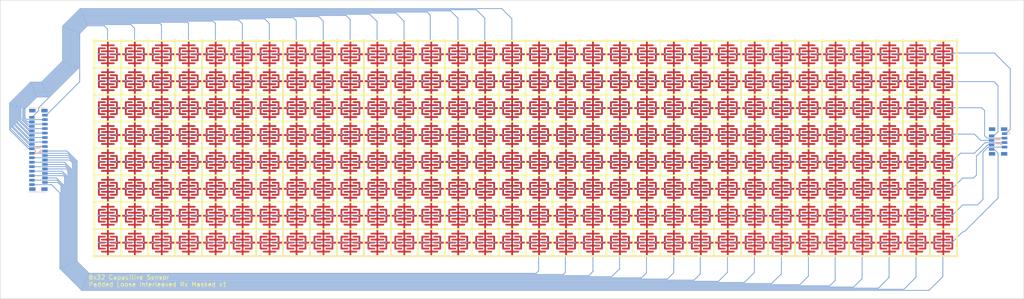
<source format=kicad_pcb>
(kicad_pcb (version 20211014) (generator pcbnew)
  (layers (0 "F.Cu" signal) (31 "B.Cu" signal) (34 "B.Paste" user) (35 "F.Paste" user) (36 "B.SilkS" user "B.Silkscreen") (37 "F.SilkS" user "F.Silkscreen") (38 "B.Mask" user) (39 "F.Mask" user) (44 "Edge.Cuts" user))
  (net 0 "")
  (net 1 "Net-(J1-Pad1)")
  (net 2 "Net-(J1-Pad2)")
  (net 3 "Net-(J1-Pad3)")
  (net 4 "Net-(J1-Pad4)")
  (net 5 "Net-(J1-Pad5)")
  (net 6 "Net-(J1-Pad6)")
  (net 7 "Net-(J1-Pad7)")
  (net 8 "Net-(J1-Pad8)")
  (net 9 "Net-(J2-Pad1)")
  (net 10 "Net-(J2-Pad2)")
  (net 11 "Net-(J2-Pad3)")
  (net 12 "Net-(J2-Pad4)")
  (net 13 "Net-(J2-Pad5)")
  (net 14 "Net-(J2-Pad6)")
  (net 15 "Net-(J2-Pad7)")
  (net 16 "Net-(J2-Pad8)")
  (net 17 "Net-(J2-Pad9)")
  (net 18 "Net-(J2-Pad10)")
  (net 19 "Net-(J2-Pad11)")
  (net 20 "Net-(J2-Pad12)")
  (net 21 "Net-(J2-Pad13)")
  (net 22 "Net-(J2-Pad14)")
  (net 23 "Net-(J2-Pad15)")
  (net 24 "Net-(J2-Pad16)")
  (net 25 "Net-(J2-Pad17)")
  (net 26 "Net-(J2-Pad18)")
  (net 27 "Net-(J2-Pad19)")
  (net 28 "Net-(J2-Pad20)")
  (net 29 "Net-(J2-Pad21)")
  (net 30 "Net-(J2-Pad22)")
  (net 31 "Net-(J2-Pad23)")
  (net 32 "Net-(J2-Pad24)")
  (net 33 "Net-(J2-Pad25)")
  (net 34 "Net-(J2-Pad26)")
  (net 35 "Net-(J2-Pad27)")
  (net 36 "Net-(J2-Pad28)")
  (net 37 "Net-(J2-Pad29)")
  (net 38 "Net-(J2-Pad30)")
  (net 39 "Net-(J2-Pad31)")
  (net 40 "Net-(J2-Pad32)")
  (footprint "ASMR_footprints:captouch_8x32_padded_interleaved_loose_rx_masked" (layer "F.Cu") (at 62.935 55.855)
    (fp_text reference "U1" hide)
    (fp_text value "captouch_8x32_grid" hide)
  )
  (footprint "ASMR_footprints:Conn_FFC_1x32_0.5mm_Molex_5019513210" (layer "B.Cu") (at 50.675 80.375 -90)
    (fp_text reference "J2")
    (fp_text value "Conn_01x32_Male" hide)
  )
  (footprint "ASMR_footprints:Conn_FFC_1x8_0.5mm_Molex_5019510830" (layer "B.Cu") (at 264.325 78.5 -90)
    (fp_text reference "J1")
    (fp_text value "Conn_01x08_Male" hide)
  )
  (gr_rect (start 42.175 47) (end 270.05 113.55) (layer "Edge.Cuts") (width 0.1) (fill none))
  (gr_text "8x32 Capacitive Sensor\nPadded Loose Interleaved Rx Masked v1" (at 61.775 109.575) (layer "F.SilkS") (effects (font (size 1 1)) (justify left)))
  (via (at 178.1 58.99) (size 0.4) (drill 0.2) (layers "F.Cu" "B.Cu") (net 1))
  (via (at 244.1 58.99) (size 0.4) (drill 0.2) (layers "F.Cu" "B.Cu") (net 1))
  (via (at 98.08 59) (size 0.4) (drill 0.2) (layers "F.Cu" "B.Cu") (net 1))
  (via (at 140.08 59) (size 0.4) (drill 0.2) (layers "F.Cu" "B.Cu") (net 1))
  (via (at 202.1 58.99) (size 0.4) (drill 0.2) (layers "F.Cu" "B.Cu") (net 1))
  (via (at 76.1 58.99) (size 0.4) (drill 0.2) (layers "F.Cu" "B.Cu") (net 1))
  (via (at 176.08 59) (size 0.4) (drill 0.2) (layers "F.Cu" "B.Cu") (net 1))
  (via (at 130.1 58.99) (size 0.4) (drill 0.2) (layers "F.Cu" "B.Cu") (net 1))
  (via (at 220.1 58.99) (size 0.4) (drill 0.2) (layers "F.Cu" "B.Cu") (net 1))
  (via (at 226.1 58.99) (size 0.4) (drill 0.2) (layers "F.Cu" "B.Cu") (net 1))
  (via (at 112.1 58.99) (size 0.4) (drill 0.2) (layers "F.Cu" "B.Cu") (net 1))
  (via (at 188.08 59) (size 0.4) (drill 0.2) (layers "F.Cu" "B.Cu") (net 1))
  (via (at 236.08 59) (size 0.4) (drill 0.2) (layers "F.Cu" "B.Cu") (net 1))
  (via (at 172.1 58.99) (size 0.4) (drill 0.2) (layers "F.Cu" "B.Cu") (net 1))
  (via (at 142.1 58.99) (size 0.4) (drill 0.2) (layers "F.Cu" "B.Cu") (net 1))
  (via (at 254.08 59) (size 0.4) (drill 0.2) (layers "F.Cu" "B.Cu") (net 1))
  (via (at 242.08 59) (size 0.4) (drill 0.2) (layers "F.Cu" "B.Cu") (net 1))
  (via (at 166.1 58.99) (size 0.4) (drill 0.2) (layers "F.Cu" "B.Cu") (net 1))
  (via (at 250.1 58.99) (size 0.4) (drill 0.2) (layers "F.Cu" "B.Cu") (net 1))
  (via (at 200.08 59) (size 0.4) (drill 0.2) (layers "F.Cu" "B.Cu") (net 1))
  (via (at 224.08 59) (size 0.4) (drill 0.2) (layers "F.Cu" "B.Cu") (net 1))
  (via (at 134.08 59) (size 0.4) (drill 0.2) (layers "F.Cu" "B.Cu") (net 1))
  (via (at 80.08 59) (size 0.4) (drill 0.2) (layers "F.Cu" "B.Cu") (net 1))
  (via (at 124.1 58.99) (size 0.4) (drill 0.2) (layers "F.Cu" "B.Cu") (net 1))
  (via (at 160.1 58.99) (size 0.4) (drill 0.2) (layers "F.Cu" "B.Cu") (net 1))
  (via (at 184.1 58.99) (size 0.4) (drill 0.2) (layers "F.Cu" "B.Cu") (net 1))
  (via (at 208.1 58.99) (size 0.4) (drill 0.2) (layers "F.Cu" "B.Cu") (net 1))
  (via (at 136.1 58.99) (size 0.4) (drill 0.2) (layers "F.Cu" "B.Cu") (net 1))
  (via (at 128.08 59) (size 0.4) (drill 0.2) (layers "F.Cu" "B.Cu") (net 1))
  (via (at 116.08 59) (size 0.4) (drill 0.2) (layers "F.Cu" "B.Cu") (net 1))
  (via (at 212.08 59) (size 0.4) (drill 0.2) (layers "F.Cu" "B.Cu") (net 1))
  (via (at 248.08 59) (size 0.4) (drill 0.2) (layers "F.Cu" "B.Cu") (net 1))
  (via (at 68.08 59) (size 0.4) (drill 0.2) (layers "F.Cu" "B.Cu") (net 1))
  (via (at 86.08 59) (size 0.4) (drill 0.2) (layers "F.Cu" "B.Cu") (net 1))
  (via (at 196.1 58.99) (size 0.4) (drill 0.2) (layers "F.Cu" "B.Cu") (net 1))
  (via (at 122.08 59) (size 0.4) (drill 0.2) (layers "F.Cu" "B.Cu") (net 1))
  (via (at 100.1 58.99) (size 0.4) (drill 0.2) (layers "F.Cu" "B.Cu") (net 1))
  (via (at 232.1 58.99) (size 0.4) (drill 0.2) (layers "F.Cu" "B.Cu") (net 1))
  (via (at 182.08 59) (size 0.4) (drill 0.2) (layers "F.Cu" "B.Cu") (net 1))
  (via (at 238.1 58.99) (size 0.4) (drill 0.2) (layers "F.Cu" "B.Cu") (net 1))
  (via (at 74.08 59) (size 0.4) (drill 0.2) (layers "F.Cu" "B.Cu") (net 1))
  (via (at 70.1 58.99) (size 0.4) (drill 0.2) (layers "F.Cu" "B.Cu") (net 1))
  (via (at 194.08 59) (size 0.4) (drill 0.2) (layers "F.Cu" "B.Cu") (net 1))
  (via (at 88.1 58.99) (size 0.4) (drill 0.2) (layers "F.Cu" "B.Cu") (net 1))
  (via (at 230.08 59) (size 0.4) (drill 0.2) (layers "F.Cu" "B.Cu") (net 1))
  (via (at 104.08 59) (size 0.4) (drill 0.2) (layers "F.Cu" "B.Cu") (net 1))
  (via (at 118.1 58.99) (size 0.4) (drill 0.2) (layers "F.Cu" "B.Cu") (net 1))
  (via (at 154.1 58.99) (size 0.4) (drill 0.2) (layers "F.Cu" "B.Cu") (net 1))
  (via (at 106.1 58.99) (size 0.4) (drill 0.2) (layers "F.Cu" "B.Cu") (net 1))
  (via (at 218.08 59) (size 0.4) (drill 0.2) (layers "F.Cu" "B.Cu") (net 1))
  (via (at 158.08 59) (size 0.4) (drill 0.2) (layers "F.Cu" "B.Cu") (net 1))
  (via (at 170.08 59) (size 0.4) (drill 0.2) (layers "F.Cu" "B.Cu") (net 1))
  (via (at 64.1 58.99) (size 0.4) (drill 0.2) (layers "F.Cu" "B.Cu") (net 1))
  (via (at 214.1 58.99) (size 0.4) (drill 0.2) (layers "F.Cu" "B.Cu") (net 1))
  (via (at 94.1 58.99) (size 0.4) (drill 0.2) (layers "F.Cu" "B.Cu") (net 1))
  (via (at 110.08 59) (size 0.4) (drill 0.2) (layers "F.Cu" "B.Cu") (net 1))
  (via (at 164.08 59) (size 0.4) (drill 0.2) (layers "F.Cu" "B.Cu") (net 1))
  (via (at 92.08 59) (size 0.4) (drill 0.2) (layers "F.Cu" "B.Cu") (net 1))
  (via (at 146.08 59) (size 0.4) (drill 0.2) (layers "F.Cu" "B.Cu") (net 1))
  (via (at 148.1 58.99) (size 0.4) (drill 0.2) (layers "F.Cu" "B.Cu") (net 1))
  (via (at 190.1 58.99) (size 0.4) (drill 0.2) (layers "F.Cu" "B.Cu") (net 1))
  (via (at 82.1 58.99) (size 0.4) (drill 0.2) (layers "F.Cu" "B.Cu") (net 1))
  (via (at 206.08 59) (size 0.4) (drill 0.2) (layers "F.Cu" "B.Cu") (net 1))
  (via (at 152.08 59) (size 0.4) (drill 0.2) (layers "F.Cu" "B.Cu") (net 1))
  (segment (start 263.5 58.775) (end 254.305 58.775) (width 0.127) (layer "B.Cu") (net 1))
  (segment (start 68.07 58.99) (end 68.08 59) (width 0.127) (layer "B.Cu") (net 1))
  (segment (start 178.1 58.99) (end 182.07 58.99) (width 0.127) (layer "B.Cu") (net 1))
  (segment (start 100.1 58.99) (end 104.07 58.99) (width 0.127) (layer "B.Cu") (net 1))
  (segment (start 64.1 58.99) (end 68.07 58.99) (width 0.127) (layer "B.Cu") (net 1))
  (segment (start 160.1 58.99) (end 164.07 58.99) (width 0.127) (layer "B.Cu") (net 1))
  (segment (start 76.1 58.99) (end 80.07 58.99) (width 0.127) (layer "B.Cu") (net 1))
  (segment (start 196.1 58.99) (end 200.07 58.99) (width 0.127) (layer "B.Cu") (net 1))
  (segment (start 190.1 58.99) (end 194.07 58.99) (width 0.127) (layer "B.Cu") (net 1))
  (segment (start 112.1 58.99) (end 116.07 58.99) (width 0.127) (layer "B.Cu") (net 1))
  (segment (start 238.1 58.99) (end 242.07 58.99) (width 0.127) (layer "B.Cu") (net 1))
  (segment (start 202.1 58.99) (end 206.07 58.99) (width 0.127) (layer "B.Cu") (net 1))
  (segment (start 106.1 58.99) (end 110.07 58.99) (width 0.127) (layer "B.Cu") (net 1))
  (segment (start 250.1 58.99) (end 254.07 58.99) (width 0.127) (layer "B.Cu") (net 1))
  (segment (start 70.1 58.99) (end 74.07 58.99) (width 0.127) (layer "B.Cu") (net 1))
  (segment (start 220.1 58.99) (end 224.07 58.99) (width 0.127) (layer "B.Cu") (net 1))
  (segment (start 208.1 58.99) (end 212.07 58.99) (width 0.127) (layer "B.Cu") (net 1))
  (segment (start 244.1 58.99) (end 248.07 58.99) (width 0.127) (layer "B.Cu") (net 1))
  (segment (start 88.1 58.99) (end 92.07 58.99) (width 0.127) (layer "B.Cu") (net 1))
  (segment (start 267.025 75.8) (end 267.025 62.3) (width 0.127) (layer "B.Cu") (net 1))
  (segment (start 184.1 58.99) (end 188.07 58.99) (width 0.127) (layer "B.Cu") (net 1))
  (segment (start 166.1 58.99) (end 170.07 58.99) (width 0.127) (layer "B.Cu") (net 1))
  (segment (start 266.075 76.75) (end 267.025 75.8) (width 0.127) (layer "B.Cu") (net 1))
  (segment (start 130.1 58.99) (end 134.07 58.99) (width 0.127) (layer "B.Cu") (net 1))
  (segment (start 136.1 58.99) (end 140.07 58.99) (width 0.127) (layer "B.Cu") (net 1))
  (segment (start 232.1 58.99) (end 236.07 58.99) (width 0.127) (layer "B.Cu") (net 1))
  (segment (start 142.1 58.99) (end 146.07 58.99) (width 0.127) (layer "B.Cu") (net 1))
  (segment (start 94.1 58.99) (end 98.07 58.99) (width 0.127) (layer "B.Cu") (net 1))
  (segment (start 254.305 58.775) (end 254.08 59) (width 0.127) (layer "B.Cu") (net 1))
  (segment (start 214.1 58.99) (end 218.07 58.99) (width 0.127) (layer "B.Cu") (net 1))
  (segment (start 265.775 76.75) (end 266.075 76.75) (width 0.127) (layer "B.Cu") (net 1))
  (segment (start 172.1 58.99) (end 176.07 58.99) (width 0.127) (layer "B.Cu") (net 1))
  (segment (start 226.1 58.99) (end 230.07 58.99) (width 0.127) (layer "B.Cu") (net 1))
  (segment (start 124.1 58.99) (end 128.07 58.99) (width 0.127) (layer "B.Cu") (net 1))
  (segment (start 118.1 58.99) (end 122.07 58.99) (width 0.127) (layer "B.Cu") (net 1))
  (segment (start 82.1 58.99) (end 86.07 58.99) (width 0.127) (layer "B.Cu") (net 1))
  (segment (start 154.1 58.99) (end 158.07 58.99) (width 0.127) (layer "B.Cu") (net 1))
  (segment (start 267.025 62.3) (end 263.5 58.775) (width 0.127) (layer "B.Cu") (net 1))
  (segment (start 148.1 58.99) (end 152.07 58.99) (width 0.127) (layer "B.Cu") (net 1))
  (via (at 208.1 64.99) (size 0.4) (drill 0.2) (layers "F.Cu" "B.Cu") (net 2))
  (via (at 218.08 65) (size 0.4) (drill 0.2) (layers "F.Cu" "B.Cu") (net 2))
  (via (at 122.08 65) (size 0.4) (drill 0.2) (layers "F.Cu" "B.Cu") (net 2))
  (via (at 152.08 65) (size 0.4) (drill 0.2) (layers "F.Cu" "B.Cu") (net 2))
  (via (at 188.08 65) (size 0.4) (drill 0.2) (layers "F.Cu" "B.Cu") (net 2))
  (via (at 146.08 65) (size 0.4) (drill 0.2) (layers "F.Cu" "B.Cu") (net 2))
  (via (at 134.08 65) (size 0.4) (drill 0.2) (layers "F.Cu" "B.Cu") (net 2))
  (via (at 164.08 65) (size 0.4) (drill 0.2) (layers "F.Cu" "B.Cu") (net 2))
  (via (at 154.1 64.99) (size 0.4) (drill 0.2) (layers "F.Cu" "B.Cu") (net 2))
  (via (at 230.08 65) (size 0.4) (drill 0.2) (layers "F.Cu" "B.Cu") (net 2))
  (via (at 238.1 64.99) (size 0.4) (drill 0.2) (layers "F.Cu" "B.Cu") (net 2))
  (via (at 226.1 64.99) (size 0.4) (drill 0.2) (layers "F.Cu" "B.Cu") (net 2))
  (via (at 112.1 64.99) (size 0.4) (drill 0.2) (layers "F.Cu" "B.Cu") (net 2))
  (via (at 148.1 64.99) (size 0.4) (drill 0.2) (layers "F.Cu" "B.Cu") (net 2))
  (via (at 130.1 64.99) (size 0.4) (drill 0.2) (layers "F.Cu" "B.Cu") (net 2))
  (via (at 92.08 65) (size 0.4) (drill 0.2) (layers "F.Cu" "B.Cu") (net 2))
  (via (at 254.08 65) (size 0.4) (drill 0.2) (layers "F.Cu" "B.Cu") (net 2))
  (via (at 104.08 65) (size 0.4) (drill 0.2) (layers "F.Cu" "B.Cu") (net 2))
  (via (at 64.1 64.99) (size 0.4) (drill 0.2) (layers "F.Cu" "B.Cu") (net 2))
  (via (at 194.08 65) (size 0.4) (drill 0.2) (layers "F.Cu" "B.Cu") (net 2))
  (via (at 98.08 65) (size 0.4) (drill 0.2) (layers "F.Cu" "B.Cu") (net 2))
  (via (at 236.08 65) (size 0.4) (drill 0.2) (layers "F.Cu" "B.Cu") (net 2))
  (via (at 250.1 64.99) (size 0.4) (drill 0.2) (layers "F.Cu" "B.Cu") (net 2))
  (via (at 176.08 65) (size 0.4) (drill 0.2) (layers "F.Cu" "B.Cu") (net 2))
  (via (at 82.1 64.99) (size 0.4) (drill 0.2) (layers "F.Cu" "B.Cu") (net 2))
  (via (at 196.1 64.99) (size 0.4) (drill 0.2) (layers "F.Cu" "B.Cu") (net 2))
  (via (at 124.1 64.99) (size 0.4) (drill 0.2) (layers "F.Cu" "B.Cu") (net 2))
  (via (at 224.08 65) (size 0.4) (drill 0.2) (layers "F.Cu" "B.Cu") (net 2))
  (via (at 86.08 65) (size 0.4) (drill 0.2) (layers "F.Cu" "B.Cu") (net 2))
  (via (at 118.1 64.99) (size 0.4) (drill 0.2) (layers "F.Cu" "B.Cu") (net 2))
  (via (at 160.1 64.99) (size 0.4) (drill 0.2) (layers "F.Cu" "B.Cu") (net 2))
  (via (at 94.1 64.99) (size 0.4) (drill 0.2) (layers "F.Cu" "B.Cu") (net 2))
  (via (at 220.1 64.99) (size 0.4) (drill 0.2) (layers "F.Cu" "B.Cu") (net 2))
  (via (at 172.1 64.99) (size 0.4) (drill 0.2) (layers "F.Cu" "B.Cu") (net 2))
  (via (at 190.1 64.99) (size 0.4) (drill 0.2) (layers "F.Cu" "B.Cu") (net 2))
  (via (at 140.08 65) (size 0.4) (drill 0.2) (layers "F.Cu" "B.Cu") (net 2))
  (via (at 136.1 64.99) (size 0.4) (drill 0.2) (layers "F.Cu" "B.Cu") (net 2))
  (via (at 184.1 64.99) (size 0.4) (drill 0.2) (layers "F.Cu" "B.Cu") (net 2))
  (via (at 182.08 65) (size 0.4) (drill 0.2) (layers "F.Cu" "B.Cu") (net 2))
  (via (at 80.08 65) (size 0.4) (drill 0.2) (layers "F.Cu" "B.Cu") (net 2))
  (via (at 106.1 64.99) (size 0.4) (drill 0.2) (layers "F.Cu" "B.Cu") (net 2))
  (via (at 248.08 65) (size 0.4) (drill 0.2) (layers "F.Cu" "B.Cu") (net 2))
  (via (at 206.08 65) (size 0.4) (drill 0.2) (layers "F.Cu" "B.Cu") (net 2))
  (via (at 166.1 64.99) (size 0.4) (drill 0.2) (layers "F.Cu" "B.Cu") (net 2))
  (via (at 68.08 65) (size 0.4) (drill 0.2) (layers "F.Cu" "B.Cu") (net 2))
  (via (at 200.08 65) (size 0.4) (drill 0.2) (layers "F.Cu" "B.Cu") (net 2))
  (via (at 76.1 64.99) (size 0.4) (drill 0.2) (layers "F.Cu" "B.Cu") (net 2))
  (via (at 70.1 64.99) (size 0.4) (drill 0.2) (layers "F.Cu" "B.Cu") (net 2))
  (via (at 242.08 65) (size 0.4) (drill 0.2) (layers "F.Cu" "B.Cu") (net 2))
  (via (at 100.1 64.99) (size 0.4) (drill 0.2) (layers "F.Cu" "B.Cu") (net 2))
  (via (at 128.08 65) (size 0.4) (drill 0.2) (layers "F.Cu" "B.Cu") (net 2))
  (via (at 110.08 65) (size 0.4) (drill 0.2) (layers "F.Cu" "B.Cu") (net 2))
  (via (at 214.1 64.99) (size 0.4) (drill 0.2) (layers "F.Cu" "B.Cu") (net 2))
  (via (at 212.08 65) (size 0.4) (drill 0.2) (layers "F.Cu" "B.Cu") (net 2))
  (via (at 244.1 64.99) (size 0.4) (drill 0.2) (layers "F.Cu" "B.Cu") (net 2))
  (via (at 158.08 65) (size 0.4) (drill 0.2) (layers "F.Cu" "B.Cu") (net 2))
  (via (at 142.1 64.99) (size 0.4) (drill 0.2) (layers "F.Cu" "B.Cu") (net 2))
  (via (at 202.1 64.99) (size 0.4) (drill 0.2) (layers "F.Cu" "B.Cu") (net 2))
  (via (at 232.1 64.99) (size 0.4) (drill 0.2) (layers "F.Cu" "B.Cu") (net 2))
  (via (at 88.1 64.99) (size 0.4) (drill 0.2) (layers "F.Cu" "B.Cu") (net 2))
  (via (at 178.1 64.99) (size 0.4) (drill 0.2) (layers "F.Cu" "B.Cu") (net 2))
  (via (at 74.08 65) (size 0.4) (drill 0.2) (layers "F.Cu" "B.Cu") (net 2))
  (via (at 116.08 65) (size 0.4) (drill 0.2) (layers "F.Cu" "B.Cu") (net 2))
  (via (at 170.08 65) (size 0.4) (drill 0.2) (layers "F.Cu" "B.Cu") (net 2))
  (segment (start 226.1 64.99) (end 230.07 64.99) (width 0.127) (layer "B.Cu") (net 2))
  (segment (start 214.1 64.99) (end 218.07 64.99) (width 0.127) (layer "B.Cu") (net 2))
  (segment (start 196.1 64.99) (end 200.07 64.99) (width 0.127) (layer "B.Cu") (net 2))
  (segment (start 142.1 64.99) (end 146.07 64.99) (width 0.127) (layer "B.Cu") (net 2))
  (segment (start 250.1 64.99) (end 254.07 64.99) (width 0.127) (layer "B.Cu") (net 2))
  (segment (start 130.1 64.99) (end 134.07 64.99) (width 0.127) (layer "B.Cu") (net 2))
  (segment (start 76.1 64.99) (end 80.07 64.99) (width 0.127) (layer "B.Cu") (net 2))
  (segment (start 124.1 64.99) (end 128.07 64.99) (width 0.127) (layer "B.Cu") (net 2))
  (segment (start 136.1 64.99) (end 140.07 64.99) (width 0.127) (layer "B.Cu") (net 2))
  (segment (start 184.1 64.99) (end 188.07 64.99) (width 0.127) (layer "B.Cu") (net 2))
  (segment (start 208.1 64.99) (end 212.07 64.99) (width 0.127) (layer "B.Cu") (net 2))
  (segment (start 82.1 64.99) (end 86.07 64.99) (width 0.127) (layer "B.Cu") (net 2))
  (segment (start 232.1 64.99) (end 236.07 64.99) (width 0.127) (layer "B.Cu") (net 2))
  (segment (start 244.1 64.99) (end 248.07 64.99) (width 0.127) (layer "B.Cu") (net 2))
  (segment (start 64.1 64.99) (end 68.07 64.99) (width 0.127) (layer "B.Cu") (net 2))
  (segment (start 100.1 64.99) (end 104.07 64.99) (width 0.127) (layer "B.Cu") (net 2))
  (segment (start 70.1 64.99) (end 74.07 64.99) (width 0.127) (layer "B.Cu") (net 2))
  (segment (start 160.1 64.99) (end 164.07 64.99) (width 0.127) (layer "B.Cu") (net 2))
  (segment (start 263.375 77.25) (end 264.3 76.325) (width 0.127) (layer "B.Cu") (net 2))
  (segment (start 220.1 64.99) (end 224.07 64.99) (width 0.127) (layer "B.Cu") (net 2))
  (segment (start 148.1 64.99) (end 152.07 64.99) (width 0.127) (layer "B.Cu") (net 2))
  (segment (start 254.23 65.15) (end 254.08 65) (width 0.127) (layer "B.Cu") (net 2))
  (segment (start 264.3 76.325) (end 264.3 66.05) (width 0.127) (layer "B.Cu") (net 2))
  (segment (start 94.1 64.99) (end 98.07 64.99) (width 0.127) (layer "B.Cu") (net 2))
  (segment (start 178.1 64.99) (end 182.07 64.99) (width 0.127) (layer "B.Cu") (net 2))
  (segment (start 166.1 64.99) (end 170.07 64.99) (width 0.127) (layer "B.Cu") (net 2))
  (segment (start 264.3 66.05) (end 263.4 65.15) (width 0.127) (layer "B.Cu") (net 2))
  (segment (start 262.875 77.25) (end 263.375 77.25) (width 0.127) (layer "B.Cu") (net 2))
  (segment (start 263.4 65.15) (end 254.23 65.15) (width 0.127) (layer "B.Cu") (net 2))
  (segment (start 118.1 64.99) (end 122.07 64.99) (width 0.127) (layer "B.Cu") (net 2))
  (segment (start 88.1 64.99) (end 92.07 64.99) (width 0.127) (layer "B.Cu") (net 2))
  (segment (start 190.1 64.99) (end 194.07 64.99) (width 0.127) (layer "B.Cu") (net 2))
  (segment (start 106.1 64.99) (end 110.07 64.99) (width 0.127) (layer "B.Cu") (net 2))
  (segment (start 112.1 64.99) (end 116.07 64.99) (width 0.127) (layer "B.Cu") (net 2))
  (segment (start 202.1 64.99) (end 206.07 64.99) (width 0.127) (layer "B.Cu") (net 2))
  (segment (start 238.1 64.99) (end 242.07 64.99) (width 0.127) (layer "B.Cu") (net 2))
  (segment (start 154.1 64.99) (end 158.07 64.99) (width 0.127) (layer "B.Cu") (net 2))
  (segment (start 172.1 64.99) (end 176.07 64.99) (width 0.127) (layer "B.Cu") (net 2))
  (via (at 134.08 71) (size 0.4) (drill 0.2) (layers "F.Cu" "B.Cu") (net 3))
  (via (at 86.08 71) (size 0.4) (drill 0.2) (layers "F.Cu" "B.Cu") (net 3))
  (via (at 224.08 71) (size 0.4) (drill 0.2) (layers "F.Cu" "B.Cu") (net 3))
  (via (at 244.1 70.99) (size 0.4) (drill 0.2) (layers "F.Cu" "B.Cu") (net 3))
  (via (at 74.08 71) (size 0.4) (drill 0.2) (layers "F.Cu" "B.Cu") (net 3))
  (via (at 106.1 70.99) (size 0.4) (drill 0.2) (layers "F.Cu" "B.Cu") (net 3))
  (via (at 154.1 70.99) (size 0.4) (drill 0.2) (layers "F.Cu" "B.Cu") (net 3))
  (via (at 104.08 71) (size 0.4) (drill 0.2) (layers "F.Cu" "B.Cu") (net 3))
  (via (at 92.08 71) (size 0.4) (drill 0.2) (layers "F.Cu" "B.Cu") (net 3))
  (via (at 112.1 70.99) (size 0.4) (drill 0.2) (layers "F.Cu" "B.Cu") (net 3))
  (via (at 68.08 71) (size 0.4) (drill 0.2) (layers "F.Cu" "B.Cu") (net 3))
  (via (at 166.1 70.99) (size 0.4) (drill 0.2) (layers "F.Cu" "B.Cu") (net 3))
  (via (at 136.1 70.99) (size 0.4) (drill 0.2) (layers "F.Cu" "B.Cu") (net 3))
  (via (at 110.08 71) (size 0.4) (drill 0.2) (layers "F.Cu" "B.Cu") (net 3))
  (via (at 70.1 70.99) (size 0.4) (drill 0.2) (layers "F.Cu" "B.Cu") (net 3))
  (via (at 140.08 71) (size 0.4) (drill 0.2) (layers "F.Cu" "B.Cu") (net 3))
  (via (at 208.1 70.99) (size 0.4) (drill 0.2) (layers "F.Cu" "B.Cu") (net 3))
  (via (at 254.08 71) (size 0.4) (drill 0.2) (layers "F.Cu" "B.Cu") (net 3))
  (via (at 160.1 70.99) (size 0.4) (drill 0.2) (layers "F.Cu" "B.Cu") (net 3))
  (via (at 100.1 70.99) (size 0.4) (drill 0.2) (layers "F.Cu" "B.Cu") (net 3))
  (via (at 188.08 71) (size 0.4) (drill 0.2) (layers "F.Cu" "B.Cu") (net 3))
  (via (at 170.08 71) (size 0.4) (drill 0.2) (layers "F.Cu" "B.Cu") (net 3))
  (via (at 76.1 70.99) (size 0.4) (drill 0.2) (layers "F.Cu" "B.Cu") (net 3))
  (via (at 226.1 70.99) (size 0.4) (drill 0.2) (layers "F.Cu" "B.Cu") (net 3))
  (via (at 130.1 70.99) (size 0.4) (drill 0.2) (layers "F.Cu" "B.Cu") (net 3))
  (via (at 250.1 70.99) (size 0.4) (drill 0.2) (layers "F.Cu" "B.Cu") (net 3))
  (via (at 238.1 70.99) (size 0.4) (drill 0.2) (layers "F.Cu" "B.Cu") (net 3))
  (via (at 200.08 71) (size 0.4) (drill 0.2) (layers "F.Cu" "B.Cu") (net 3))
  (via (at 214.1 70.99) (size 0.4) (drill 0.2) (layers "F.Cu" "B.Cu") (net 3))
  (via (at 124.1 70.99) (size 0.4) (drill 0.2) (layers "F.Cu" "B.Cu") (net 3))
  (via (at 98.08 71) (size 0.4) (drill 0.2) (layers "F.Cu" "B.Cu") (net 3))
  (via (at 64.1 70.99) (size 0.4) (drill 0.2) (layers "F.Cu" "B.Cu") (net 3))
  (via (at 190.1 70.99) (size 0.4) (drill 0.2) (layers "F.Cu" "B.Cu") (net 3))
  (via (at 182.08 71) (size 0.4) (drill 0.2) (layers "F.Cu" "B.Cu") (net 3))
  (via (at 220.1 70.99) (size 0.4) (drill 0.2) (layers "F.Cu" "B.Cu") (net 3))
  (via (at 82.1 70.99) (size 0.4) (drill 0.2) (layers "F.Cu" "B.Cu") (net 3))
  (via (at 178.1 70.99) (size 0.4) (drill 0.2) (layers "F.Cu" "B.Cu") (net 3))
  (via (at 206.08 71) (size 0.4) (drill 0.2) (layers "F.Cu" "B.Cu") (net 3))
  (via (at 158.08 71) (size 0.4) (drill 0.2) (layers "F.Cu" "B.Cu") (net 3))
  (via (at 196.1 70.99) (size 0.4) (drill 0.2) (layers "F.Cu" "B.Cu") (net 3))
  (via (at 128.08 71) (size 0.4) (drill 0.2) (layers "F.Cu" "B.Cu") (net 3))
  (via (at 142.1 70.99) (size 0.4) (drill 0.2) (layers "F.Cu" "B.Cu") (net 3))
  (via (at 164.08 71) (size 0.4) (drill 0.2) (layers "F.Cu" "B.Cu") (net 3))
  (via (at 194.08 71) (size 0.4) (drill 0.2) (layers "F.Cu" "B.Cu") (net 3))
  (via (at 242.08 71) (size 0.4) (drill 0.2) (layers "F.Cu" "B.Cu") (net 3))
  (via (at 232.1 70.99) (size 0.4) (drill 0.2) (layers "F.Cu" "B.Cu") (net 3))
  (via (at 88.1 70.99) (size 0.4) (drill 0.2) (layers "F.Cu" "B.Cu") (net 3))
  (via (at 184.1 70.99) (size 0.4) (drill 0.2) (layers "F.Cu" "B.Cu") (net 3))
  (via (at 248.08 71) (size 0.4) (drill 0.2) (layers "F.Cu" "B.Cu") (net 3))
  (via (at 118.1 70.99) (size 0.4) (drill 0.2) (layers "F.Cu" "B.Cu") (net 3))
  (via (at 116.08 71) (size 0.4) (drill 0.2) (layers "F.Cu" "B.Cu") (net 3))
  (via (at 122.08 71) (size 0.4) (drill 0.2) (layers "F.Cu" "B.Cu") (net 3))
  (via (at 176.08 71) (size 0.4) (drill 0.2) (layers "F.Cu" "B.Cu") (net 3))
  (via (at 80.08 71) (size 0.4) (drill 0.2) (layers "F.Cu" "B.Cu") (net 3))
  (via (at 218.08 71) (size 0.4) (drill 0.2) (layers "F.Cu" "B.Cu") (net 3))
  (via (at 172.1 70.99) (size 0.4) (drill 0.2) (layers "F.Cu" "B.Cu") (net 3))
  (via (at 212.08 71) (size 0.4) (drill 0.2) (layers "F.Cu" "B.Cu") (net 3))
  (via (at 152.08 71) (size 0.4) (drill 0.2) (layers "F.Cu" "B.Cu") (net 3))
  (via (at 236.08 71) (size 0.4) (drill 0.2) (layers "F.Cu" "B.Cu") (net 3))
  (via (at 202.1 70.99) (size 0.4) (drill 0.2) (layers "F.Cu" "B.Cu") (net 3))
  (via (at 230.08 71) (size 0.4) (drill 0.2) (layers "F.Cu" "B.Cu") (net 3))
  (via (at 148.1 70.99) (size 0.4) (drill 0.2) (layers "F.Cu" "B.Cu") (net 3))
  (via (at 146.08 71) (size 0.4) (drill 0.2) (layers "F.Cu" "B.Cu") (net 3))
  (via (at 94.1 70.99) (size 0.4) (drill 0.2) (layers "F.Cu" "B.Cu") (net 3))
  (segment (start 112.1 70.99) (end 116.07 70.99) (width 0.127) (layer "B.Cu") (net 3))
  (segment (start 261.325 71.6) (end 260.7 70.975) (width 0.127) (layer "B.Cu") (net 3))
  (segment (start 220.1 70.99) (end 224.07 70.99) (width 0.127) (layer "B.Cu") (net 3))
  (segment (start 154.1 70.99) (end 158.07 70.99) (width 0.127) (layer "B.Cu") (net 3))
  (segment (start 148.1 70.99) (end 152.07 70.99) (width 0.127) (layer "B.Cu") (net 3))
  (segment (start 178.1 70.99) (end 182.07 70.99) (width 0.127) (layer "B.Cu") (net 3))
  (segment (start 184.1 70.99) (end 188.07 70.99) (width 0.127) (layer "B.Cu") (net 3))
  (segment (start 232.1 70.99) (end 236.07 70.99) (width 0.127) (layer "B.Cu") (net 3))
  (segment (start 214.1 70.99) (end 218.07 70.99) (width 0.127) (layer "B.Cu") (net 3))
  (segment (start 88.1 70.99) (end 92.07 70.99) (width 0.127) (layer "B.Cu") (net 3))
  (segment (start 196.1 70.99) (end 200.07 70.99) (width 0.127) (layer "B.Cu") (net 3))
  (segment (start 166.1 70.99) (end 170.07 70.99) (width 0.127) (layer "B.Cu") (net 3))
  (segment (start 238.1 70.99) (end 242.07 70.99) (width 0.127) (layer "B.Cu") (net 3))
  (segment (start 190.1 70.99) (end 194.07 70.99) (width 0.127) (layer "B.Cu") (net 3))
  (segment (start 130.1 70.99) (end 134.07 70.99) (width 0.127) (layer "B.Cu") (net 3))
  (segment (start 142.1 70.99) (end 146.07 70.99) (width 0.127) (layer "B.Cu") (net 3))
  (segment (start 250.1 70.99) (end 254.07 70.99) (width 0.127) (layer "B.Cu") (net 3))
  (segment (start 261.85 77.75) (end 261.325 77.225) (width 0.127) (layer "B.Cu") (net 3))
  (segment (start 172.1 70.99) (end 176.07 70.99) (width 0.127) (layer "B.Cu") (net 3))
  (segment (start 64.1 70.99) (end 68.07 70.99) (width 0.127) (layer "B.Cu") (net 3))
  (segment (start 265.775 77.75) (end 261.85 77.75) (width 0.127) (layer "B.Cu") (net 3))
  (segment (start 136.1 70.99) (end 140.07 70.99) (width 0.127) (layer "B.Cu") (net 3))
  (segment (start 160.1 70.99) (end 164.07 70.99) (width 0.127) (layer "B.Cu") (net 3))
  (segment (start 226.1 70.99) (end 230.07 70.99) (width 0.127) (layer "B.Cu") (net 3))
  (segment (start 244.1 70.99) (end 248.07 70.99) (width 0.127) (layer "B.Cu") (net 3))
  (segment (start 254.105 70.975) (end 254.08 71) (width 0.127) (layer "B.Cu") (net 3))
  (segment (start 260.7 70.975) (end 254.105 70.975) (width 0.127) (layer "B.Cu") (net 3))
  (segment (start 94.1 70.99) (end 98.07 70.99) (width 0.127) (layer "B.Cu") (net 3))
  (segment (start 118.1 70.99) (end 122.07 70.99) (width 0.127) (layer "B.Cu") (net 3))
  (segment (start 261.325 77.225) (end 261.325 71.6) (width 0.127) (layer "B.Cu") (net 3))
  (segment (start 208.1 70.99) (end 212.07 70.99) (width 0.127) (layer "B.Cu") (net 3))
  (segment (start 82.1 70.99) (end 86.07 70.99) (width 0.127) (layer "B.Cu") (net 3))
  (segment (start 202.1 70.99) (end 206.07 70.99) (width 0.127) (layer "B.Cu") (net 3))
  (segment (start 70.1 70.99) (end 74.07 70.99) (width 0.127) (layer "B.Cu") (net 3))
  (segment (start 106.1 70.99) (end 110.07 70.99) (width 0.127) (layer "B.Cu") (net 3))
  (segment (start 124.1 70.99) (end 128.07 70.99) (width 0.127) (layer "B.Cu") (net 3))
  (segment (start 100.1 70.99) (end 104.07 70.99) (width 0.127) (layer "B.Cu") (net 3))
  (segment (start 76.1 70.99) (end 80.07 70.99) (width 0.127) (layer "B.Cu") (net 3))
  (via (at 212.08 77) (size 0.4) (drill 0.2) (layers "F.Cu" "B.Cu") (net 4))
  (via (at 250.1 76.99) (size 0.4) (drill 0.2) (layers "F.Cu" "B.Cu") (net 4))
  (via (at 166.1 76.99) (size 0.4) (drill 0.2) (layers "F.Cu" "B.Cu") (net 4))
  (via (at 68.08 77) (size 0.4) (drill 0.2) (layers "F.Cu" "B.Cu") (net 4))
  (via (at 76.1 76.99) (size 0.4) (drill 0.2) (layers "F.Cu" "B.Cu") (net 4))
  (via (at 148.1 76.99) (size 0.4) (drill 0.2) (layers "F.Cu" "B.Cu") (net 4))
  (via (at 122.08 77) (size 0.4) (drill 0.2) (layers "F.Cu" "B.Cu") (net 4))
  (via (at 104.08 77) (size 0.4) (drill 0.2) (layers "F.Cu" "B.Cu") (net 4))
  (via (at 88.1 76.99) (size 0.4) (drill 0.2) (layers "F.Cu" "B.Cu") (net 4))
  (via (at 142.1 76.99) (size 0.4) (drill 0.2) (layers "F.Cu" "B.Cu") (net 4))
  (via (at 154.1 76.99) (size 0.4) (drill 0.2) (layers "F.Cu" "B.Cu") (net 4))
  (via (at 116.08 77) (size 0.4) (drill 0.2) (layers "F.Cu" "B.Cu") (net 4))
  (via (at 140.08 77) (size 0.4) (drill 0.2) (layers "F.Cu" "B.Cu") (net 4))
  (via (at 64.1 76.99) (size 0.4) (drill 0.2) (layers "F.Cu" "B.Cu") (net 4))
  (via (at 184.1 76.99) (size 0.4) (drill 0.2) (layers "F.Cu" "B.Cu") (net 4))
  (via (at 200.08 77) (size 0.4) (drill 0.2) (layers "F.Cu" "B.Cu") (net 4))
  (via (at 74.08 77) (size 0.4) (drill 0.2) (layers "F.Cu" "B.Cu") (net 4))
  (via (at 110.08 77) (size 0.4) (drill 0.2) (layers "F.Cu" "B.Cu") (net 4))
  (via (at 214.1 76.99) (size 0.4) (drill 0.2) (layers "F.Cu" "B.Cu") (net 4))
  (via (at 220.1 76.99) (size 0.4) (drill 0.2) (layers "F.Cu" "B.Cu") (net 4))
  (via (at 206.08 77) (size 0.4) (drill 0.2) (layers "F.Cu" "B.Cu") (net 4))
  (via (at 254.08 77) (size 0.4) (drill 0.2) (layers "F.Cu" "B.Cu") (net 4))
  (via (at 238.1 76.99) (size 0.4) (drill 0.2) (layers "F.Cu" "B.Cu") (net 4))
  (via (at 70.1 76.99) (size 0.4) (drill 0.2) (layers "F.Cu" "B.Cu") (net 4))
  (via (at 146.08 77) (size 0.4) (drill 0.2) (layers "F.Cu" "B.Cu") (net 4))
  (via (at 112.1 76.99) (size 0.4) (drill 0.2) (layers "F.Cu" "B.Cu") (net 4))
  (via (at 182.08 77) (size 0.4) (drill 0.2) (layers "F.Cu" "B.Cu") (net 4))
  (via (at 244.1 76.99) (size 0.4) (drill 0.2) (layers "F.Cu" "B.Cu") (net 4))
  (via (at 202.1 76.99) (size 0.4) (drill 0.2) (layers "F.Cu" "B.Cu") (net 4))
  (via (at 136.1 76.99) (size 0.4) (drill 0.2) (layers "F.Cu" "B.Cu") (net 4))
  (via (at 248.08 77) (size 0.4) (drill 0.2) (layers "F.Cu" "B.Cu") (net 4))
  (via (at 176.08 77) (size 0.4) (drill 0.2) (layers "F.Cu" "B.Cu") (net 4))
  (via (at 178.1 76.99) (size 0.4) (drill 0.2) (layers "F.Cu" "B.Cu") (net 4))
  (via (at 80.08 77) (size 0.4) (drill 0.2) (layers "F.Cu" "B.Cu") (net 4))
  (via (at 134.08 77) (size 0.4) (drill 0.2) (layers "F.Cu" "B.Cu") (net 4))
  (via (at 164.08 77) (size 0.4) (drill 0.2) (layers "F.Cu" "B.Cu") (net 4))
  (via (at 194.08 77) (size 0.4) (drill 0.2) (layers "F.Cu" "B.Cu") (net 4))
  (via (at 118.1 76.99) (size 0.4) (drill 0.2) (layers "F.Cu" "B.Cu") (net 4))
  (via (at 232.1 76.99) (size 0.4) (drill 0.2) (layers "F.Cu" "B.Cu") (net 4))
  (via (at 230.08 77) (size 0.4) (drill 0.2) (layers "F.Cu" "B.Cu") (net 4))
  (via (at 94.1 76.99) (size 0.4) (drill 0.2) (layers "F.Cu" "B.Cu") (net 4))
  (via (at 160.1 76.99) (size 0.4) (drill 0.2) (layers "F.Cu" "B.Cu") (net 4))
  (via (at 124.1 76.99) (size 0.4) (drill 0.2) (layers "F.Cu" "B.Cu") (net 4))
  (via (at 152.08 77) (size 0.4) (drill 0.2) (layers "F.Cu" "B.Cu") (net 4))
  (via (at 172.1 76.99) (size 0.4) (drill 0.2) (layers "F.Cu" "B.Cu") (net 4))
  (via (at 158.08 77) (size 0.4) (drill 0.2) (layers "F.Cu" "B.Cu") (net 4))
  (via (at 208.1 76.99) (size 0.4) (drill 0.2) (layers "F.Cu" "B.Cu") (net 4))
  (via (at 130.1 76.99) (size 0.4) (drill 0.2) (layers "F.Cu" "B.Cu") (net 4))
  (via (at 128.08 77) (size 0.4) (drill 0.2) (layers "F.Cu" "B.Cu") (net 4))
  (via (at 170.08 77) (size 0.4) (drill 0.2) (layers "F.Cu" "B.Cu") (net 4))
  (via (at 188.08 77) (size 0.4) (drill 0.2) (layers "F.Cu" "B.Cu") (net 4))
  (via (at 226.1 76.99) (size 0.4) (drill 0.2) (layers "F.Cu" "B.Cu") (net 4))
  (via (at 224.08 77) (size 0.4) (drill 0.2) (layers "F.Cu" "B.Cu") (net 4))
  (via (at 236.08 77) (size 0.4) (drill 0.2) (layers "F.Cu" "B.Cu") (net 4))
  (via (at 86.08 77) (size 0.4) (drill 0.2) (layers "F.Cu" "B.Cu") (net 4))
  (via (at 190.1 76.99) (size 0.4) (drill 0.2) (layers "F.Cu" "B.Cu") (net 4))
  (via (at 82.1 76.99) (size 0.4) (drill 0.2) (layers "F.Cu" "B.Cu") (net 4))
  (via (at 100.1 76.99) (size 0.4) (drill 0.2) (layers "F.Cu" "B.Cu") (net 4))
  (via (at 218.08 77) (size 0.4) (drill 0.2) (layers "F.Cu" "B.Cu") (net 4))
  (via (at 92.08 77) (size 0.4) (drill 0.2) (layers "F.Cu" "B.Cu") (net 4))
  (via (at 196.1 76.99) (size 0.4) (drill 0.2) (layers "F.Cu" "B.Cu") (net 4))
  (via (at 98.08 77) (size 0.4) (drill 0.2) (layers "F.Cu" "B.Cu") (net 4))
  (via (at 242.08 77) (size 0.4) (drill 0.2) (layers "F.Cu" "B.Cu") (net 4))
  (via (at 106.1 76.99) (size 0.4) (drill 0.2) (layers "F.Cu" "B.Cu") (net 4))
  (segment (start 148.1 76.99) (end 152.07 76.99) (width 0.127) (layer "B.Cu") (net 4))
  (segment (start 106.1 76.99) (end 110.07 76.99) (width 0.127) (layer "B.Cu") (net 4))
  (segment (start 220.1 76.99) (end 224.07 76.99) (width 0.127) (layer "B.Cu") (net 4))
  (segment (start 142.1 76.99) (end 146.07 76.99) (width 0.127) (layer "B.Cu") (net 4))
  (segment (start 130.1 76.99) (end 134.07 76.99) (width 0.127) (layer "B.Cu") (net 4))
  (segment (start 232.1 76.99) (end 236.07 76.99) (width 0.127) (layer "B.Cu") (net 4))
  (segment (start 166.1 76.99) (end 170.07 76.99) (width 0.127) (layer "B.Cu") (net 4))
  (segment (start 76.1 76.99) (end 80.07 76.99) (width 0.127) (layer "B.Cu") (net 4))
  (segment (start 250.1 76.99) (end 254.07 76.99) (width 0.127) (layer "B.Cu") (net 4))
  (segment (start 202.1 76.99) (end 206.07 76.99) (width 0.127) (layer "B.Cu") (net 4))
  (segment (start 70.1 76.99) (end 74.07 76.99) (width 0.127) (layer "B.Cu") (net 4))
  (segment (start 244.1 76.99) (end 248.07 76.99) (width 0.127) (layer "B.Cu") (net 4))
  (segment (start 124.1 76.99) (end 128.07 76.99) (width 0.127) (layer "B.Cu") (net 4))
  (segment (start 136.1 76.99) (end 140.07 76.99) (width 0.127) (layer "B.Cu") (net 4))
  (segment (start 208.1 76.99) (end 212.07 76.99) (width 0.127) (layer "B.Cu") (net 4))
  (segment (start 260.45 78.25) (end 259.05 76.85) (width 0.127) (layer "B.Cu") (net 4))
  (segment (start 238.1 76.99) (end 242.07 76.99) (width 0.127) (layer "B.Cu") (net 4))
  (segment (start 94.1 76.99) (end 98.07 76.99) (width 0.127) (layer "B.Cu") (net 4))
  (segment (start 226.1 76.99) (end 230.07 76.99) (width 0.127) (layer "B.Cu") (net 4))
  (segment (start 254.23 76.85) (end 254.08 77) (width 0.127) (layer "B.Cu") (net 4))
  (segment (start 100.1 76.99) (end 104.07 76.99) (width 0.127) (layer "B.Cu") (net 4))
  (segment (start 259.05 76.85) (end 254.23 76.85) (width 0.127) (layer "B.Cu") (net 4))
  (segment (start 262.875 78.25) (end 260.45 78.25) (width 0.127) (layer "B.Cu") (net 4))
  (segment (start 172.1 76.99) (end 176.07 76.99) (width 0.127) (layer "B.Cu") (net 4))
  (segment (start 112.1 76.99) (end 116.07 76.99) (width 0.127) (layer "B.Cu") (net 4))
  (segment (start 190.1 76.99) (end 194.07 76.99) (width 0.127) (layer "B.Cu") (net 4))
  (segment (start 82.1 76.99) (end 86.07 76.99) (width 0.127) (layer "B.Cu") (net 4))
  (segment (start 184.1 76.99) (end 188.07 76.99) (width 0.127) (layer "B.Cu") (net 4))
  (segment (start 178.1 76.99) (end 182.07 76.99) (width 0.127) (layer "B.Cu") (net 4))
  (segment (start 118.1 76.99) (end 122.07 76.99) (width 0.127) (layer "B.Cu") (net 4))
  (segment (start 88.1 76.99) (end 92.07 76.99) (width 0.127) (layer "B.Cu") (net 4))
  (segment (start 196.1 76.99) (end 200.07 76.99) (width 0.127) (layer "B.Cu") (net 4))
  (segment (start 214.1 76.99) (end 218.07 76.99) (width 0.127) (layer "B.Cu") (net 4))
  (segment (start 154.1 76.99) (end 158.07 76.99) (width 0.127) (layer "B.Cu") (net 4))
  (segment (start 64.1 76.99) (end 68.07 76.99) (width 0.127) (layer "B.Cu") (net 4))
  (segment (start 160.1 76.99) (end 164.07 76.99) (width 0.127) (layer "B.Cu") (net 4))
  (via (at 142.1 82.99) (size 0.4) (drill 0.2) (layers "F.Cu" "B.Cu") (net 5))
  (via (at 232.1 82.99) (size 0.4) (drill 0.2) (layers "F.Cu" "B.Cu") (net 5))
  (via (at 122.08 83) (size 0.4) (drill 0.2) (layers "F.Cu" "B.Cu") (net 5))
  (via (at 92.08 83) (size 0.4) (drill 0.2) (layers "F.Cu" "B.Cu") (net 5))
  (via (at 226.1 82.99) (size 0.4) (drill 0.2) (layers "F.Cu" "B.Cu") (net 5))
  (via (at 194.08 83) (size 0.4) (drill 0.2) (layers "F.Cu" "B.Cu") (net 5))
  (via (at 208.1 82.99) (size 0.4) (drill 0.2) (layers "F.Cu" "B.Cu") (net 5))
  (via (at 68.08 83) (size 0.4) (drill 0.2) (layers "F.Cu" "B.Cu") (net 5))
  (via (at 218.08 83) (size 0.4) (drill 0.2) (layers "F.Cu" "B.Cu") (net 5))
  (via (at 94.1 82.99) (size 0.4) (drill 0.2) (layers "F.Cu" "B.Cu") (net 5))
  (via (at 136.1 82.99) (size 0.4) (drill 0.2) (layers "F.Cu" "B.Cu") (net 5))
  (via (at 106.1 82.99) (size 0.4) (drill 0.2) (layers "F.Cu" "B.Cu") (net 5))
  (via (at 88.1 82.99) (size 0.4) (drill 0.2) (layers "F.Cu" "B.Cu") (net 5))
  (via (at 112.1 82.99) (size 0.4) (drill 0.2) (layers "F.Cu" "B.Cu") (net 5))
  (via (at 82.1 82.99) (size 0.4) (drill 0.2) (layers "F.Cu" "B.Cu") (net 5))
  (via (at 130.1 82.99) (size 0.4) (drill 0.2) (layers "F.Cu" "B.Cu") (net 5))
  (via (at 118.1 82.99) (size 0.4) (drill 0.2) (layers "F.Cu" "B.Cu") (net 5))
  (via (at 206.08 83) (size 0.4) (drill 0.2) (layers "F.Cu" "B.Cu") (net 5))
  (via (at 236.08 83) (size 0.4) (drill 0.2) (layers "F.Cu" "B.Cu") (net 5))
  (via (at 242.08 83) (size 0.4) (drill 0.2) (layers "F.Cu" "B.Cu") (net 5))
  (via (at 160.1 82.99) (size 0.4) (drill 0.2) (layers "F.Cu" "B.Cu") (net 5))
  (via (at 214.1 82.99) (size 0.4) (drill 0.2) (layers "F.Cu" "B.Cu") (net 5))
  (via (at 212.08 83) (size 0.4) (drill 0.2) (layers "F.Cu" "B.Cu") (net 5))
  (via (at 70.1 82.99) (size 0.4) (drill 0.2) (layers "F.Cu" "B.Cu") (net 5))
  (via (at 164.08 83) (size 0.4) (drill 0.2) (layers "F.Cu" "B.Cu") (net 5))
  (via (at 146.08 83) (size 0.4) (drill 0.2) (layers "F.Cu" "B.Cu") (net 5))
  (via (at 76.1 82.99) (size 0.4) (drill 0.2) (layers "F.Cu" "B.Cu") (net 5))
  (via (at 80.08 83) (size 0.4) (drill 0.2) (layers "F.Cu" "B.Cu") (net 5))
  (via (at 188.08 83) (size 0.4) (drill 0.2) (layers "F.Cu" "B.Cu") (net 5))
  (via (at 172.1 82.99) (size 0.4) (drill 0.2) (layers "F.Cu" "B.Cu") (net 5))
  (via (at 244.1 82.99) (size 0.4) (drill 0.2) (layers "F.Cu" "B.Cu") (net 5))
  (via (at 166.1 82.99) (size 0.4) (drill 0.2) (layers "F.Cu" "B.Cu") (net 5))
  (via (at 124.1 82.99) (size 0.4) (drill 0.2) (layers "F.Cu" "B.Cu") (net 5))
  (via (at 64.1 82.99) (size 0.4) (drill 0.2) (layers "F.Cu" "B.Cu") (net 5))
  (via (at 254.08 83) (size 0.4) (drill 0.2) (layers "F.Cu" "B.Cu") (net 5))
  (via (at 128.08 83) (size 0.4) (drill 0.2) (layers "F.Cu" "B.Cu") (net 5))
  (via (at 200.08 83) (size 0.4) (drill 0.2) (layers "F.Cu" "B.Cu") (net 5))
  (via (at 220.1 82.99) (size 0.4) (drill 0.2) (layers "F.Cu" "B.Cu") (net 5))
  (via (at 154.1 82.99) (size 0.4) (drill 0.2) (layers "F.Cu" "B.Cu") (net 5))
  (via (at 196.1 82.99) (size 0.4) (drill 0.2) (layers "F.Cu" "B.Cu") (net 5))
  (via (at 178.1 82.99) (size 0.4) (drill 0.2) (layers "F.Cu" "B.Cu") (net 5))
  (via (at 184.1 82.99) (size 0.4) (drill 0.2) (layers "F.Cu" "B.Cu") (net 5))
  (via (at 224.08 83) (size 0.4) (drill 0.2) (layers "F.Cu" "B.Cu") (net 5))
  (via (at 134.08 83) (size 0.4) (drill 0.2) (layers "F.Cu" "B.Cu") (net 5))
  (via (at 152.08 83) (size 0.4) (drill 0.2) (layers "F.Cu" "B.Cu") (net 5))
  (via (at 182.08 83) (size 0.4) (drill 0.2) (layers "F.Cu" "B.Cu") (net 5))
  (via (at 110.08 83) (size 0.4) (drill 0.2) (layers "F.Cu" "B.Cu") (net 5))
  (via (at 98.08 83) (size 0.4) (drill 0.2) (layers "F.Cu" "B.Cu") (net 5))
  (via (at 250.1 82.99) (size 0.4) (drill 0.2) (layers "F.Cu" "B.Cu") (net 5))
  (via (at 86.08 83) (size 0.4) (drill 0.2) (layers "F.Cu" "B.Cu") (net 5))
  (via (at 104.08 83) (size 0.4) (drill 0.2) (layers "F.Cu" "B.Cu") (net 5))
  (via (at 230.08 83) (size 0.4) (drill 0.2) (layers "F.Cu" "B.Cu") (net 5))
  (via (at 176.08 83) (size 0.4) (drill 0.2) (layers "F.Cu" "B.Cu") (net 5))
  (via (at 170.08 83) (size 0.4) (drill 0.2) (layers "F.Cu" "B.Cu") (net 5))
  (via (at 190.1 82.99) (size 0.4) (drill 0.2) (layers "F.Cu" "B.Cu") (net 5))
  (via (at 248.08 83) (size 0.4) (drill 0.2) (layers "F.Cu" "B.Cu") (net 5))
  (via (at 74.08 83) (size 0.4) (drill 0.2) (layers "F.Cu" "B.Cu") (net 5))
  (via (at 140.08 83) (size 0.4) (drill 0.2) (layers "F.Cu" "B.Cu") (net 5))
  (via (at 148.1 82.99) (size 0.4) (drill 0.2) (layers "F.Cu" "B.Cu") (net 5))
  (via (at 116.08 83) (size 0.4) (drill 0.2) (layers "F.Cu" "B.Cu") (net 5))
  (via (at 202.1 82.99) (size 0.4) (drill 0.2) (layers "F.Cu" "B.Cu") (net 5))
  (via (at 238.1 82.99) (size 0.4) (drill 0.2) (layers "F.Cu" "B.Cu") (net 5))
  (via (at 158.08 83) (size 0.4) (drill 0.2) (layers "F.Cu" "B.Cu") (net 5))
  (via (at 100.1 82.99) (size 0.4) (drill 0.2) (layers "F.Cu" "B.Cu") (net 5))
  (segment (start 214.1 82.99) (end 218.07 82.99) (width 0.127) (layer "B.Cu") (net 5))
  (segment (start 148.1 82.99) (end 152.07 82.99) (width 0.127) (layer "B.Cu") (net 5))
  (segment (start 259.0625 81.1125) (end 255.9675 81.1125) (width 0.127) (layer "B.Cu") (net 5))
  (segment (start 154.1 82.99) (end 158.07 82.99) (width 0.127) (layer "B.Cu") (net 5))
  (segment (start 172.1 82.99) (end 176.07 82.99) (width 0.127) (layer "B.Cu") (net 5))
  (segment (start 64.1 82.99) (end 68.07 82.99) (width 0.127) (layer "B.Cu") (net 5))
  (segment (start 244.1 82.99) (end 248.07 82.99) (width 0.127) (layer "B.Cu") (net 5))
  (segment (start 70.1 82.99) (end 74.07 82.99) (width 0.127) (layer "B.Cu") (net 5))
  (segment (start 232.1 82.99) (end 236.07 82.99) (width 0.127) (layer "B.Cu") (net 5))
  (segment (start 238.1 82.99) (end 242.07 82.99) (width 0.127) (layer "B.Cu") (net 5))
  (segment (start 196.1 82.99) (end 200.07 82.99) (width 0.127) (layer "B.Cu") (net 5))
  (segment (start 265.775 78.75) (end 261.425 78.75) (width 0.127) (layer "B.Cu") (net 5))
  (segment (start 208.1 82.99) (end 212.07 82.99) (width 0.127) (layer "B.Cu") (net 5))
  (segment (start 130.1 82.99) (end 134.07 82.99) (width 0.127) (layer "B.Cu") (net 5))
  (segment (start 76.1 82.99) (end 80.07 82.99) (width 0.127) (layer "B.Cu") (net 5))
  (segment (start 226.1 82.99) (end 230.07 82.99) (width 0.127) (layer "B.Cu") (net 5))
  (segment (start 142.1 82.99) (end 146.07 82.99) (width 0.127) (layer "B.Cu") (net 5))
  (segment (start 250.1 82.99) (end 254.07 82.99) (width 0.127) (layer "B.Cu") (net 5))
  (segment (start 100.1 82.99) (end 104.07 82.99) (width 0.127) (layer "B.Cu") (net 5))
  (segment (start 82.1 82.99) (end 86.07 82.99) (width 0.127) (layer "B.Cu") (net 5))
  (segment (start 94.1 82.99) (end 98.07 82.99) (width 0.127) (layer "B.Cu") (net 5))
  (segment (start 160.1 82.99) (end 164.07 82.99) (width 0.127) (layer "B.Cu") (net 5))
  (segment (start 202.1 82.99) (end 206.07 82.99) (width 0.127) (layer "B.Cu") (net 5))
  (segment (start 255.9675 81.1125) (end 254.08 83) (width 0.127) (layer "B.Cu") (net 5))
  (segment (start 136.1 82.99) (end 140.07 82.99) (width 0.127) (layer "B.Cu") (net 5))
  (segment (start 220.1 82.99) (end 224.07 82.99) (width 0.127) (layer "B.Cu") (net 5))
  (segment (start 118.1 82.99) (end 122.07 82.99) (width 0.127) (layer "B.Cu") (net 5))
  (segment (start 190.1 82.99) (end 194.07 82.99) (width 0.127) (layer "B.Cu") (net 5))
  (segment (start 88.1 82.99) (end 92.07 82.99) (width 0.127) (layer "B.Cu") (net 5))
  (segment (start 178.1 82.99) (end 182.07 82.99) (width 0.127) (layer "B.Cu") (net 5))
  (segment (start 106.1 82.99) (end 110.07 82.99) (width 0.127) (layer "B.Cu") (net 5))
  (segment (start 112.1 82.99) (end 116.07 82.99) (width 0.127) (layer "B.Cu") (net 5))
  (segment (start 124.1 82.99) (end 128.07 82.99) (width 0.127) (layer "B.Cu") (net 5))
  (segment (start 261.425 78.75) (end 259.0625 81.1125) (width 0.127) (layer "B.Cu") (net 5))
  (segment (start 184.1 82.99) (end 188.07 82.99) (width 0.127) (layer "B.Cu") (net 5))
  (segment (start 166.1 82.99) (end 170.07 82.99) (width 0.127) (layer "B.Cu") (net 5))
  (via (at 70.1 88.99) (size 0.4) (drill 0.2) (layers "F.Cu" "B.Cu") (net 6))
  (via (at 212.08 89) (size 0.4) (drill 0.2) (layers "F.Cu" "B.Cu") (net 6))
  (via (at 236.08 89) (size 0.4) (drill 0.2) (layers "F.Cu" "B.Cu") (net 6))
  (via (at 64.1 88.99) (size 0.4) (drill 0.2) (layers "F.Cu" "B.Cu") (net 6))
  (via (at 76.1 88.99) (size 0.4) (drill 0.2) (layers "F.Cu" "B.Cu") (net 6))
  (via (at 88.1 88.99) (size 0.4) (drill 0.2) (layers "F.Cu" "B.Cu") (net 6))
  (via (at 190.1 88.99) (size 0.4) (drill 0.2) (layers "F.Cu" "B.Cu") (net 6))
  (via (at 86.08 89) (size 0.4) (drill 0.2) (layers "F.Cu" "B.Cu") (net 6))
  (via (at 142.1 88.99) (size 0.4) (drill 0.2) (layers "F.Cu" "B.Cu") (net 6))
  (via (at 172.1 88.99) (size 0.4) (drill 0.2) (layers "F.Cu" "B.Cu") (net 6))
  (via (at 80.08 89) (size 0.4) (drill 0.2) (layers "F.Cu" "B.Cu") (net 6))
  (via (at 74.08 89) (size 0.4) (drill 0.2) (layers "F.Cu" "B.Cu") (net 6))
  (via (at 206.08 89) (size 0.4) (drill 0.2) (layers "F.Cu" "B.Cu") (net 6))
  (via (at 100.1 88.99) (size 0.4) (drill 0.2) (layers "F.Cu" "B.Cu") (net 6))
  (via (at 154.1 88.99) (size 0.4) (drill 0.2) (layers "F.Cu" "B.Cu") (net 6))
  (via (at 176.08 89) (size 0.4) (drill 0.2) (layers "F.Cu" "B.Cu") (net 6))
  (via (at 124.1 88.99) (size 0.4) (drill 0.2) (layers "F.Cu" "B.Cu") (net 6))
  (via (at 238.1 88.99) (size 0.4) (drill 0.2) (layers "F.Cu" "B.Cu") (net 6))
  (via (at 82.1 88.99) (size 0.4) (drill 0.2) (layers "F.Cu" "B.Cu") (net 6))
  (via (at 106.1 88.99) (size 0.4) (drill 0.2) (layers "F.Cu" "B.Cu") (net 6))
  (via (at 178.1 88.99) (size 0.4) (drill 0.2) (layers "F.Cu" "B.Cu") (net 6))
  (via (at 184.1 88.99) (size 0.4) (drill 0.2) (layers "F.Cu" "B.Cu") (net 6))
  (via (at 194.08 89) (size 0.4) (drill 0.2) (layers "F.Cu" "B.Cu") (net 6))
  (via (at 134.08 89) (size 0.4) (drill 0.2) (layers "F.Cu" "B.Cu") (net 6))
  (via (at 158.08 89) (size 0.4) (drill 0.2) (layers "F.Cu" "B.Cu") (net 6))
  (via (at 130.1 88.99) (size 0.4) (drill 0.2) (layers "F.Cu" "B.Cu") (net 6))
  (via (at 218.08 89) (size 0.4) (drill 0.2) (layers "F.Cu" "B.Cu") (net 6))
  (via (at 224.08 89) (size 0.4) (drill 0.2) (layers "F.Cu" "B.Cu") (net 6))
  (via (at 140.08 89) (size 0.4) (drill 0.2) (layers "F.Cu" "B.Cu") (net 6))
  (via (at 160.1 88.99) (size 0.4) (drill 0.2) (layers "F.Cu" "B.Cu") (net 6))
  (via (at 104.08 89) (size 0.4) (drill 0.2) (layers "F.Cu" "B.Cu") (net 6))
  (via (at 118.1 88.99) (size 0.4) (drill 0.2) (layers "F.Cu" "B.Cu") (net 6))
  (via (at 230.08 89) (size 0.4) (drill 0.2) (layers "F.Cu" "B.Cu") (net 6))
  (via (at 196.1 88.99) (size 0.4) (drill 0.2) (layers "F.Cu" "B.Cu") (net 6))
  (via (at 208.1 88.99) (size 0.4) (drill 0.2) (layers "F.Cu" "B.Cu") (net 6))
  (via (at 220.1 88.99) (size 0.4) (drill 0.2) (layers "F.Cu" "B.Cu") (net 6))
  (via (at 136.1 88.99) (size 0.4) (drill 0.2) (layers "F.Cu" "B.Cu") (net 6))
  (via (at 166.1 88.99) (size 0.4) (drill 0.2) (layers "F.Cu" "B.Cu") (net 6))
  (via (at 116.08 89) (size 0.4) (drill 0.2) (layers "F.Cu" "B.Cu") (net 6))
  (via (at 110.08 89) (size 0.4) (drill 0.2) (layers "F.Cu" "B.Cu") (net 6))
  (via (at 250.1 88.99) (size 0.4) (drill 0.2) (layers "F.Cu" "B.Cu") (net 6))
  (via (at 214.1 88.99) (size 0.4) (drill 0.2) (layers "F.Cu" "B.Cu") (net 6))
  (via (at 92.08 89) (size 0.4) (drill 0.2) (layers "F.Cu" "B.Cu") (net 6))
  (via (at 98.08 89) (size 0.4) (drill 0.2) (layers "F.Cu" "B.Cu") (net 6))
  (via (at 232.1 88.99) (size 0.4) (drill 0.2) (layers "F.Cu" "B.Cu") (net 6))
  (via (at 128.08 89) (size 0.4) (drill 0.2) (layers "F.Cu" "B.Cu") (net 6))
  (via (at 94.1 88.99) (size 0.4) (drill 0.2) (layers "F.Cu" "B.Cu") (net 6))
  (via (at 254.08 89) (size 0.4) (drill 0.2) (layers "F.Cu" "B.Cu") (net 6))
  (via (at 164.08 89) (size 0.4) (drill 0.2) (layers "F.Cu" "B.Cu") (net 6))
  (via (at 68.08 89) (size 0.4) (drill 0.2) (layers "F.Cu" "B.Cu") (net 6))
  (via (at 170.08 89) (size 0.4) (drill 0.2) (layers "F.Cu" "B.Cu") (net 6))
  (via (at 148.1 88.99) (size 0.4) (drill 0.2) (layers "F.Cu" "B.Cu") (net 6))
  (via (at 244.1 88.99) (size 0.4) (drill 0.2) (layers "F.Cu" "B.Cu") (net 6))
  (via (at 112.1 88.99) (size 0.4) (drill 0.2) (layers "F.Cu" "B.Cu") (net 6))
  (via (at 202.1 88.99) (size 0.4) (drill 0.2) (layers "F.Cu" "B.Cu") (net 6))
  (via (at 188.08 89) (size 0.4) (drill 0.2) (layers "F.Cu" "B.Cu") (net 6))
  (via (at 122.08 89) (size 0.4) (drill 0.2) (layers "F.Cu" "B.Cu") (net 6))
  (via (at 200.08 89) (size 0.4) (drill 0.2) (layers "F.Cu" "B.Cu") (net 6))
  (via (at 182.08 89) (size 0.4) (drill 0.2) (layers "F.Cu" "B.Cu") (net 6))
  (via (at 242.08 89) (size 0.4) (drill 0.2) (layers "F.Cu" "B.Cu") (net 6))
  (via (at 226.1 88.99) (size 0.4) (drill 0.2) (layers "F.Cu" "B.Cu") (net 6))
  (via (at 146.08 89) (size 0.4) (drill 0.2) (layers "F.Cu" "B.Cu") (net 6))
  (via (at 248.08 89) (size 0.4) (drill 0.2) (layers "F.Cu" "B.Cu") (net 6))
  (via (at 152.08 89) (size 0.4) (drill 0.2) (layers "F.Cu" "B.Cu") (net 6))
  (segment (start 112.1 88.99) (end 116.07 88.99) (width 0.127) (layer "B.Cu") (net 6))
  (segment (start 238.1 88.99) (end 242.07 88.99) (width 0.127) (layer "B.Cu") (net 6))
  (segment (start 82.1 88.99) (end 86.07 88.99) (width 0.127) (layer "B.Cu") (net 6))
  (segment (start 259.5 86) (end 259.5 81.775) (width 0.127) (layer "B.Cu") (net 6))
  (segment (start 100.1 88.99) (end 104.07 88.99) (width 0.127) (layer "B.Cu") (net 6))
  (segment (start 178.1 88.99) (end 182.07 88.99) (width 0.127) (layer "B.Cu") (net 6))
  (segment (start 258.85 86.65) (end 256.43 86.65) (width 0.127) (layer "B.Cu") (net 6))
  (segment (start 184.1 88.99) (end 188.07 88.99) (width 0.127) (layer "B.Cu") (net 6))
  (segment (start 250.1 88.99) (end 254.07 88.99) (width 0.127) (layer "B.Cu") (net 6))
  (segment (start 226.1 88.99) (end 230.07 88.99) (width 0.127) (layer "B.Cu") (net 6))
  (segment (start 262.025 79.25) (end 262.875 79.25) (width 0.127) (layer "B.Cu") (net 6))
  (segment (start 106.1 88.99) (end 110.07 88.99) (width 0.127) (layer "B.Cu") (net 6))
  (segment (start 202.1 88.99) (end 206.07 88.99) (width 0.127) (layer "B.Cu") (net 6))
  (segment (start 256.43 86.65) (end 254.08 89) (width 0.127) (layer "B.Cu") (net 6))
  (segment (start 196.1 88.99) (end 200.07 88.99) (width 0.127) (layer "B.Cu") (net 6))
  (segment (start 232.1 88.99) (end 236.07 88.99) (width 0.127) (layer "B.Cu") (net 6))
  (segment (start 142.1 88.99) (end 146.07 88.99) (width 0.127) (layer "B.Cu") (net 6))
  (segment (start 166.1 88.99) (end 170.07 88.99) (width 0.127) (layer "B.Cu") (net 6))
  (segment (start 208.1 88.99) (end 212.07 88.99) (width 0.127) (layer "B.Cu") (net 6))
  (segment (start 190.1 88.99) (end 194.07 88.99) (width 0.127) (layer "B.Cu") (net 6))
  (segment (start 118.1 88.99) (end 122.07 88.99) (width 0.127) (layer "B.Cu") (net 6))
  (segment (start 160.1 88.99) (end 164.07 88.99) (width 0.127) (layer "B.Cu") (net 6))
  (segment (start 259.5 81.775) (end 262.025 79.25) (width 0.127) (layer "B.Cu") (net 6))
  (segment (start 88.1 88.99) (end 92.07 88.99) (width 0.127) (layer "B.Cu") (net 6))
  (segment (start 70.1 88.99) (end 74.07 88.99) (width 0.127) (layer "B.Cu") (net 6))
  (segment (start 136.1 88.99) (end 140.07 88.99) (width 0.127) (layer "B.Cu") (net 6))
  (segment (start 258.85 86.65) (end 259.5 86) (width 0.127) (layer "B.Cu") (net 6))
  (segment (start 172.1 88.99) (end 176.07 88.99) (width 0.127) (layer "B.Cu") (net 6))
  (segment (start 64.1 88.99) (end 68.07 88.99) (width 0.127) (layer "B.Cu") (net 6))
  (segment (start 76.1 88.99) (end 80.07 88.99) (width 0.127) (layer "B.Cu") (net 6))
  (segment (start 130.1 88.99) (end 134.07 88.99) (width 0.127) (layer "B.Cu") (net 6))
  (segment (start 94.1 88.99) (end 98.07 88.99) (width 0.127) (layer "B.Cu") (net 6))
  (segment (start 124.1 88.99) (end 128.07 88.99) (width 0.127) (layer "B.Cu") (net 6))
  (segment (start 154.1 88.99) (end 158.07 88.99) (width 0.127) (layer "B.Cu") (net 6))
  (segment (start 244.1 88.99) (end 248.07 88.99) (width 0.127) (layer "B.Cu") (net 6))
  (segment (start 214.1 88.99) (end 218.07 88.99) (width 0.127) (layer "B.Cu") (net 6))
  (segment (start 148.1 88.99) (end 152.07 88.99) (width 0.127) (layer "B.Cu") (net 6))
  (segment (start 220.1 88.99) (end 224.07 88.99) (width 0.127) (layer "B.Cu") (net 6))
  (via (at 158.08 95) (size 0.4) (drill 0.2) (layers "F.Cu" "B.Cu") (net 7))
  (via (at 194.08 95) (size 0.4) (drill 0.2) (layers "F.Cu" "B.Cu") (net 7))
  (via (at 146.08 95) (size 0.4) (drill 0.2) (layers "F.Cu" "B.Cu") (net 7))
  (via (at 124.1 94.99) (size 0.4) (drill 0.2) (layers "F.Cu" "B.Cu") (net 7))
  (via (at 122.08 95) (size 0.4) (drill 0.2) (layers "F.Cu" "B.Cu") (net 7))
  (via (at 140.08 95) (size 0.4) (drill 0.2) (layers "F.Cu" "B.Cu") (net 7))
  (via (at 86.08 95) (size 0.4) (drill 0.2) (layers "F.Cu" "B.Cu") (net 7))
  (via (at 170.08 95) (size 0.4) (drill 0.2) (layers "F.Cu" "B.Cu") (net 7))
  (via (at 100.1 94.99) (size 0.4) (drill 0.2) (layers "F.Cu" "B.Cu") (net 7))
  (via (at 230.08 95) (size 0.4) (drill 0.2) (layers "F.Cu" "B.Cu") (net 7))
  (via (at 188.08 95) (size 0.4) (drill 0.2) (layers "F.Cu" "B.Cu") (net 7))
  (via (at 88.1 94.99) (size 0.4) (drill 0.2) (layers "F.Cu" "B.Cu") (net 7))
  (via (at 76.1 94.99) (size 0.4) (drill 0.2) (layers "F.Cu" "B.Cu") (net 7))
  (via (at 190.1 94.99) (size 0.4) (drill 0.2) (layers "F.Cu" "B.Cu") (net 7))
  (via (at 212.08 95) (size 0.4) (drill 0.2) (layers "F.Cu" "B.Cu") (net 7))
  (via (at 64.1 94.99) (size 0.4) (drill 0.2) (layers "F.Cu" "B.Cu") (net 7))
  (via (at 136.1 94.99) (size 0.4) (drill 0.2) (layers "F.Cu" "B.Cu") (net 7))
  (via (at 154.1 94.99) (size 0.4) (drill 0.2) (layers "F.Cu" "B.Cu") (net 7))
  (via (at 238.1 94.99) (size 0.4) (drill 0.2) (layers "F.Cu" "B.Cu") (net 7))
  (via (at 134.08 95) (size 0.4) (drill 0.2) (layers "F.Cu" "B.Cu") (net 7))
  (via (at 112.1 94.99) (size 0.4) (drill 0.2) (layers "F.Cu" "B.Cu") (net 7))
  (via (at 74.08 95) (size 0.4) (drill 0.2) (layers "F.Cu" "B.Cu") (net 7))
  (via (at 226.1 94.99) (size 0.4) (drill 0.2) (layers "F.Cu" "B.Cu") (net 7))
  (via (at 220.1 94.99) (size 0.4) (drill 0.2) (layers "F.Cu" "B.Cu") (net 7))
  (via (at 98.08 95) (size 0.4) (drill 0.2) (layers "F.Cu" "B.Cu") (net 7))
  (via (at 208.1 94.99) (size 0.4) (drill 0.2) (layers "F.Cu" "B.Cu") (net 7))
  (via (at 92.08 95) (size 0.4) (drill 0.2) (layers "F.Cu" "B.Cu") (net 7))
  (via (at 142.1 94.99) (size 0.4) (drill 0.2) (layers "F.Cu" "B.Cu") (net 7))
  (via (at 104.08 95) (size 0.4) (drill 0.2) (layers "F.Cu" "B.Cu") (net 7))
  (via (at 128.08 95) (size 0.4) (drill 0.2) (layers "F.Cu" "B.Cu") (net 7))
  (via (at 178.1 94.99) (size 0.4) (drill 0.2) (layers "F.Cu" "B.Cu") (net 7))
  (via (at 236.08 95) (size 0.4) (drill 0.2) (layers "F.Cu" "B.Cu") (net 7))
  (via (at 166.1 94.99) (size 0.4) (drill 0.2) (layers "F.Cu" "B.Cu") (net 7))
  (via (at 218.08 95) (size 0.4) (drill 0.2) (layers "F.Cu" "B.Cu") (net 7))
  (via (at 214.1 94.99) (size 0.4) (drill 0.2) (layers "F.Cu" "B.Cu") (net 7))
  (via (at 116.08 95) (size 0.4) (drill 0.2) (layers "F.Cu" "B.Cu") (net 7))
  (via (at 106.1 94.99) (size 0.4) (drill 0.2) (layers "F.Cu" "B.Cu") (net 7))
  (via (at 244.1 94.99) (size 0.4) (drill 0.2) (layers "F.Cu" "B.Cu") (net 7))
  (via (at 182.08 95) (size 0.4) (drill 0.2) (layers "F.Cu" "B.Cu") (net 7))
  (via (at 224.08 95) (size 0.4) (drill 0.2) (layers "F.Cu" "B.Cu") (net 7))
  (via (at 206.08 95) (size 0.4) (drill 0.2) (layers "F.Cu" "B.Cu") (net 7))
  (via (at 248.08 95) (size 0.4) (drill 0.2) (layers "F.Cu" "B.Cu") (net 7))
  (via (at 232.1 94.99) (size 0.4) (drill 0.2) (layers "F.Cu" "B.Cu") (net 7))
  (via (at 164.08 95) (size 0.4) (drill 0.2) (layers "F.Cu" "B.Cu") (net 7))
  (via (at 70.1 94.99) (size 0.4) (drill 0.2) (layers "F.Cu" "B.Cu") (net 7))
  (via (at 110.08 95) (size 0.4) (drill 0.2) (layers "F.Cu" "B.Cu") (net 7))
  (via (at 160.1 94.99) (size 0.4) (drill 0.2) (layers "F.Cu" "B.Cu") (net 7))
  (via (at 80.08 95) (size 0.4) (drill 0.2) (layers "F.Cu" "B.Cu") (net 7))
  (via (at 200.08 95) (size 0.4) (drill 0.2) (layers "F.Cu" "B.Cu") (net 7))
  (via (at 152.08 95) (size 0.4) (drill 0.2) (layers "F.Cu" "B.Cu") (net 7))
  (via (at 172.1 94.99) (size 0.4) (drill 0.2) (layers "F.Cu" "B.Cu") (net 7))
  (via (at 242.08 95) (size 0.4) (drill 0.2) (layers "F.Cu" "B.Cu") (net 7))
  (via (at 184.1 94.99) (size 0.4) (drill 0.2) (layers "F.Cu" "B.Cu") (net 7))
  (via (at 250.1 94.99) (size 0.4) (drill 0.2) (layers "F.Cu" "B.Cu") (net 7))
  (via (at 254.08 95) (size 0.4) (drill 0.2) (layers "F.Cu" "B.Cu") (net 7))
  (via (at 68.08 95) (size 0.4) (drill 0.2) (layers "F.Cu" "B.Cu") (net 7))
  (via (at 130.1 94.99) (size 0.4) (drill 0.2) (layers "F.Cu" "B.Cu") (net 7))
  (via (at 82.1 94.99) (size 0.4) (drill 0.2) (layers "F.Cu" "B.Cu") (net 7))
  (via (at 196.1 94.99) (size 0.4) (drill 0.2) (layers "F.Cu" "B.Cu") (net 7))
  (via (at 202.1 94.99) (size 0.4) (drill 0.2) (layers "F.Cu" "B.Cu") (net 7))
  (via (at 148.1 94.99) (size 0.4) (drill 0.2) (layers "F.Cu" "B.Cu") (net 7))
  (via (at 94.1 94.99) (size 0.4) (drill 0.2) (layers "F.Cu" "B.Cu") (net 7))
  (via (at 118.1 94.99) (size 0.4) (drill 0.2) (layers "F.Cu" "B.Cu") (net 7))
  (via (at 176.08 95) (size 0.4) (drill 0.2) (layers "F.Cu" "B.Cu") (net 7))
  (segment (start 160.1 94.99) (end 164.07 94.99) (width 0.127) (layer "B.Cu") (net 7))
  (segment (start 259.725 92.65) (end 260.95 91.425) (width 0.127) (layer "B.Cu") (net 7))
  (segment (start 64.1 94.99) (end 68.07 94.99) (width 0.127) (layer "B.Cu") (net 7))
  (segment (start 130.1 94.99) (end 134.07 94.99) (width 0.127) (layer "B.Cu") (net 7))
  (segment (start 259.725 92.65) (end 256.43 92.65) (width 0.127) (layer "B.Cu") (net 7))
  (segment (start 260.95 80.894) (end 262.094 79.75) (width 0.127) (layer "B.Cu") (net 7))
  (segment (start 260.95 91.425) (end 260.95 80.894) (width 0.127) (layer "B.Cu") (net 7))
  (segment (start 88.1 94.99) (end 92.07 94.99) (width 0.127) (layer "B.Cu") (net 7))
  (segment (start 256.43 92.65) (end 254.08 95) (width 0.127) (layer "B.Cu") (net 7))
  (segment (start 100.1 94.99) (end 104.07 94.99) (width 0.127) (layer "B.Cu") (net 7))
  (segment (start 250.1 94.99) (end 254.07 94.99) (width 0.127) (layer "B.Cu") (net 7))
  (segment (start 106.1 94.99) (end 110.07 94.99) (width 0.127) (layer "B.Cu") (net 7))
  (segment (start 70.1 94.99) (end 74.07 94.99) (width 0.127) (layer "B.Cu") (net 7))
  (segment (start 208.1 94.99) (end 212.07 94.99) (width 0.127) (layer "B.Cu") (net 7))
  (segment (start 178.1 94.99) (end 182.07 94.99) (width 0.127) (layer "B.Cu") (net 7))
  (segment (start 238.1 94.99) (end 242.07 94.99) (width 0.127) (layer "B.Cu") (net 7))
  (segment (start 94.1 94.99) (end 98.07 94.99) (width 0.127) (layer "B.Cu") (net 7))
  (segment (start 220.1 94.99) (end 224.07 94.99) (width 0.127) (layer "B.Cu") (net 7))
  (segment (start 196.1 94.99) (end 200.07 94.99) (width 0.127) (layer "B.Cu") (net 7))
  (segment (start 118.1 94.99) (end 122.07 94.99) (width 0.127) (layer "B.Cu") (net 7))
  (segment (start 124.1 94.99) (end 128.07 94.99) (width 0.127) (layer "B.Cu") (net 7))
  (segment (start 154.1 94.99) (end 158.07 94.99) (width 0.127) (layer "B.Cu") (net 7))
  (segment (start 142.1 94.99) (end 146.07 94.99) (width 0.127) (layer "B.Cu") (net 7))
  (segment (start 214.1 94.99) (end 218.07 94.99) (width 0.127) (layer "B.Cu") (net 7))
  (segment (start 148.1 94.99) (end 152.07 94.99) (width 0.127) (layer "B.Cu") (net 7))
  (segment (start 202.1 94.99) (end 206.07 94.99) (width 0.127) (layer "B.Cu") (net 7))
  (segment (start 226.1 94.99) (end 230.07 94.99) (width 0.127) (layer "B.Cu") (net 7))
  (segment (start 262.094 79.75) (end 265.775 79.75) (width 0.127) (layer "B.Cu") (net 7))
  (segment (start 136.1 94.99) (end 140.07 94.99) (width 0.127) (layer "B.Cu") (net 7))
  (segment (start 184.1 94.99) (end 188.07 94.99) (width 0.127) (layer "B.Cu") (net 7))
  (segment (start 76.1 94.99) (end 80.07 94.99) (width 0.127) (layer "B.Cu") (net 7))
  (segment (start 82.1 94.99) (end 86.07 94.99) (width 0.127) (layer "B.Cu") (net 7))
  (segment (start 172.1 94.99) (end 176.07 94.99) (width 0.127) (layer "B.Cu") (net 7))
  (segment (start 112.1 94.99) (end 116.07 94.99) (width 0.127) (layer "B.Cu") (net 7))
  (segment (start 232.1 94.99) (end 236.07 94.99) (width 0.127) (layer "B.Cu") (net 7))
  (segment (start 190.1 94.99) (end 194.07 94.99) (width 0.127) (layer "B.Cu") (net 7))
  (segment (start 244.1 94.99) (end 248.07 94.99) (width 0.127) (layer "B.Cu") (net 7))
  (segment (start 166.1 94.99) (end 170.07 94.99) (width 0.127) (layer "B.Cu") (net 7))
  (via (at 158.08 101) (size 0.4) (drill 0.2) (layers "F.Cu" "B.Cu") (net 8))
  (via (at 166.1 100.99) (size 0.4) (drill 0.2) (layers "F.Cu" "B.Cu") (net 8))
  (via (at 214.1 100.99) (size 0.4) (drill 0.2) (layers "F.Cu" "B.Cu") (net 8))
  (via (at 226.1 100.99) (size 0.4) (drill 0.2) (layers "F.Cu" "B.Cu") (net 8))
  (via (at 122.08 101) (size 0.4) (drill 0.2) (layers "F.Cu" "B.Cu") (net 8))
  (via (at 188.08 101) (size 0.4) (drill 0.2) (layers "F.Cu" "B.Cu") (net 8))
  (via (at 118.1 100.99) (size 0.4) (drill 0.2) (layers "F.Cu" "B.Cu") (net 8))
  (via (at 176.08 101) (size 0.4) (drill 0.2) (layers "F.Cu" "B.Cu") (net 8))
  (via (at 236.08 101) (size 0.4) (drill 0.2) (layers "F.Cu" "B.Cu") (net 8))
  (via (at 110.08 101) (size 0.4) (drill 0.2) (layers "F.Cu" "B.Cu") (net 8))
  (via (at 86.08 101) (size 0.4) (drill 0.2) (layers "F.Cu" "B.Cu") (net 8))
  (via (at 182.08 101) (size 0.4) (drill 0.2) (layers "F.Cu" "B.Cu") (net 8))
  (via (at 200.08 101) (size 0.4) (drill 0.2) (layers "F.Cu" "B.Cu") (net 8))
  (via (at 190.1 100.99) (size 0.4) (drill 0.2) (layers "F.Cu" "B.Cu") (net 8))
  (via (at 230.08 101) (size 0.4) (drill 0.2) (layers "F.Cu" "B.Cu") (net 8))
  (via (at 194.08 101) (size 0.4) (drill 0.2) (layers "F.Cu" "B.Cu") (net 8))
  (via (at 208.1 100.99) (size 0.4) (drill 0.2) (layers "F.Cu" "B.Cu") (net 8))
  (via (at 206.08 101) (size 0.4) (drill 0.2) (layers "F.Cu" "B.Cu") (net 8))
  (via (at 116.08 101) (size 0.4) (drill 0.2) (layers "F.Cu" "B.Cu") (net 8))
  (via (at 106.1 100.99) (size 0.4) (drill 0.2) (layers "F.Cu" "B.Cu") (net 8))
  (via (at 220.1 100.99) (size 0.4) (drill 0.2) (layers "F.Cu" "B.Cu") (net 8))
  (via (at 100.1 100.99) (size 0.4) (drill 0.2) (layers "F.Cu" "B.Cu") (net 8))
  (via (at 136.1 100.99) (size 0.4) (drill 0.2) (layers "F.Cu" "B.Cu") (net 8))
  (via (at 244.1 100.99) (size 0.4) (drill 0.2) (layers "F.Cu" "B.Cu") (net 8))
  (via (at 172.1 100.99) (size 0.4) (drill 0.2) (layers "F.Cu" "B.Cu") (net 8))
  (via (at 178.1 100.99) (size 0.4) (drill 0.2) (layers "F.Cu" "B.Cu") (net 8))
  (via (at 242.08 101) (size 0.4) (drill 0.2) (layers "F.Cu" "B.Cu") (net 8))
  (via (at 232.1 100.99) (size 0.4) (drill 0.2) (layers "F.Cu" "B.Cu") (net 8))
  (via (at 218.08 101) (size 0.4) (drill 0.2) (layers "F.Cu" "B.Cu") (net 8))
  (via (at 152.08 101) (size 0.4) (drill 0.2) (layers "F.Cu" "B.Cu") (net 8))
  (via (at 160.1 100.99) (size 0.4) (drill 0.2) (layers "F.Cu" "B.Cu") (net 8))
  (via (at 124.1 100.99) (size 0.4) (drill 0.2) (layers "F.Cu" "B.Cu") (net 8))
  (via (at 238.1 100.99) (size 0.4) (drill 0.2) (layers "F.Cu" "B.Cu") (net 8))
  (via (at 68.08 101) (size 0.4) (drill 0.2) (layers "F.Cu" "B.Cu") (net 8))
  (via (at 130.1 100.99) (size 0.4) (drill 0.2) (layers "F.Cu" "B.Cu") (net 8))
  (via (at 148.1 100.99) (size 0.4) (drill 0.2) (layers "F.Cu" "B.Cu") (net 8))
  (via (at 142.1 100.99) (size 0.4) (drill 0.2) (layers "F.Cu" "B.Cu") (net 8))
  (via (at 112.1 100.99) (size 0.4) (drill 0.2) (layers "F.Cu" "B.Cu") (net 8))
  (via (at 88.1 100.99) (size 0.4) (drill 0.2) (layers "F.Cu" "B.Cu") (net 8))
  (via (at 212.08 101) (size 0.4) (drill 0.2) (layers "F.Cu" "B.Cu") (net 8))
  (via (at 224.08 101) (size 0.4) (drill 0.2) (layers "F.Cu" "B.Cu") (net 8))
  (via (at 80.08 101) (size 0.4) (drill 0.2) (layers "F.Cu" "B.Cu") (net 8))
  (via (at 98.08 101) (size 0.4) (drill 0.2) (layers "F.Cu" "B.Cu") (net 8))
  (via (at 202.1 100.99) (size 0.4) (drill 0.2) (layers "F.Cu" "B.Cu") (net 8))
  (via (at 140.08 101) (size 0.4) (drill 0.2) (layers "F.Cu" "B.Cu") (net 8))
  (via (at 92.08 101) (size 0.4) (drill 0.2) (layers "F.Cu" "B.Cu") (net 8))
  (via (at 74.08 101) (size 0.4) (drill 0.2) (layers "F.Cu" "B.Cu") (net 8))
  (via (at 70.1 100.99) (size 0.4) (drill 0.2) (layers "F.Cu" "B.Cu") (net 8))
  (via (at 146.08 101) (size 0.4) (drill 0.2) (layers "F.Cu" "B.Cu") (net 8))
  (via (at 94.1 100.99) (size 0.4) (drill 0.2) (layers "F.Cu" "B.Cu") (net 8))
  (via (at 250.1 100.99) (size 0.4) (drill 0.2) (layers "F.Cu" "B.Cu") (net 8))
  (via (at 128.08 101) (size 0.4) (drill 0.2) (layers "F.Cu" "B.Cu") (net 8))
  (via (at 254.08 101) (size 0.4) (drill 0.2) (layers "F.Cu" "B.Cu") (net 8))
  (via (at 170.08 101) (size 0.4) (drill 0.2) (layers "F.Cu" "B.Cu") (net 8))
  (via (at 248.08 101) (size 0.4) (drill 0.2) (layers "F.Cu" "B.Cu") (net 8))
  (via (at 104.08 101) (size 0.4) (drill 0.2) (layers "F.Cu" "B.Cu") (net 8))
  (via (at 76.1 100.99) (size 0.4) (drill 0.2) (layers "F.Cu" "B.Cu") (net 8))
  (via (at 64.1 100.99) (size 0.4) (drill 0.2) (layers "F.Cu" "B.Cu") (net 8))
  (via (at 164.08 101) (size 0.4) (drill 0.2) (layers "F.Cu" "B.Cu") (net 8))
  (via (at 154.1 100.99) (size 0.4) (drill 0.2) (layers "F.Cu" "B.Cu") (net 8))
  (via (at 82.1 100.99) (size 0.4) (drill 0.2) (layers "F.Cu" "B.Cu") (net 8))
  (via (at 134.08 101) (size 0.4) (drill 0.2) (layers "F.Cu" "B.Cu") (net 8))
  (via (at 184.1 100.99) (size 0.4) (drill 0.2) (layers "F.Cu" "B.Cu") (net 8))
  (via (at 196.1 100.99) (size 0.4) (drill 0.2) (layers "F.Cu" "B.Cu") (net 8))
  (segment (start 82.1 100.99) (end 86.07 100.99) (width 0.127) (layer "B.Cu") (net 8))
  (segment (start 244.1 100.99) (end 248.07 100.99) (width 0.127) (layer "B.Cu") (net 8))
  (segment (start 196.1 100.99) (end 200.07 100.99) (width 0.127) (layer "B.Cu") (net 8))
  (segment (start 232.1 100.99) (end 236.07 100.99) (width 0.127) (layer "B.Cu") (net 8))
  (segment (start 226.1 100.99) (end 230.07 100.99) (width 0.127) (layer "B.Cu") (net 8))
  (segment (start 106.1 100.99) (end 110.07 100.99) (width 0.127) (layer "B.Cu") (net 8))
  (segment (start 190.1 100.99) (end 194.07 100.99) (width 0.127) (layer "B.Cu") (net 8))
  (segment (start 142.1 100.99) (end 146.07 100.99) (width 0.127) (layer "B.Cu") (net 8))
  (segment (start 208.1 100.99) (end 212.07 100.99) (width 0.127) (layer "B.Cu") (net 8))
  (segment (start 202.1 100.99) (end 206.07 100.99) (width 0.127) (layer "B.Cu") (net 8))
  (segment (start 256.775 98.65) (end 256.43 98.65) (width 0.127) (layer "B.Cu") (net 8))
  (segment (start 100.1 100.99) (end 104.07 100.99) (width 0.127) (layer "B.Cu") (net 8))
  (segment (start 166.1 100.99) (end 170.07 100.99) (width 0.127) (layer "B.Cu") (net 8))
  (segment (start 172.1 100.99) (end 176.07 100.99) (width 0.127) (layer "B.Cu") (net 8))
  (segment (start 214.1 100.99) (end 218.07 100.99) (width 0.127) (layer "B.Cu") (net 8))
  (segment (start 184.1 100.99) (end 188.07 100.99) (width 0.127) (layer "B.Cu") (net 8))
  (segment (start 136.1 100.99) (end 140.07 100.99) (width 0.127) (layer "B.Cu") (net 8))
  (segment (start 70.1 100.99) (end 74.07 100.99) (width 0.127) (layer "B.Cu") (net 8))
  (segment (start 118.1 100.99) (end 122.07 100.99) (width 0.127) (layer "B.Cu") (net 8))
  (segment (start 220.1 100.99) (end 224.07 100.99) (width 0.127) (layer "B.Cu") (net 8))
  (segment (start 94.1 100.99) (end 98.07 100.99) (width 0.127) (layer "B.Cu") (net 8))
  (segment (start 76.1 100.99) (end 80.07 100.99) (width 0.127) (layer "B.Cu") (net 8))
  (segment (start 264.325 91.1) (end 264.325 81.119) (width 0.127) (layer "B.Cu") (net 8))
  (segment (start 130.1 100.99) (end 134.07 100.99) (width 0.127) (layer "B.Cu") (net 8))
  (segment (start 148.1 100.99) (end 152.07 100.99) (width 0.127) (layer "B.Cu") (net 8))
  (segment (start 238.1 100.99) (end 242.07 100.99) (width 0.127) (layer "B.Cu") (net 8))
  (segment (start 250.1 100.99) (end 254.07 100.99) (width 0.127) (layer "B.Cu") (net 8))
  (segment (start 112.1 100.99) (end 116.07 100.99) (width 0.127) (layer "B.Cu") (net 8))
  (segment (start 256.43 98.65) (end 254.08 101) (width 0.127) (layer "B.Cu") (net 8))
  (segment (start 256.775 98.65) (end 264.325 91.1) (width 0.127) (layer "B.Cu") (net 8))
  (segment (start 178.1 100.99) (end 182.07 100.99) (width 0.127) (layer "B.Cu") (net 8))
  (segment (start 88.1 100.99) (end 92.07 100.99) (width 0.127) (layer "B.Cu") (net 8))
  (segment (start 263.481 80.275) (end 262.95 80.275) (width 0.127) (layer "B.Cu") (net 8))
  (segment (start 160.1 100.99) (end 164.07 100.99) (width 0.127) (layer "B.Cu") (net 8))
  (segment (start 64.1 100.99) (end 68.07 100.99) (width 0.127) (layer "B.Cu") (net 8))
  (segment (start 154.1 100.99) (end 158.07 100.99) (width 0.127) (layer "B.Cu") (net 8))
  (segment (start 264.325 81.119) (end 263.481 80.275) (width 0.127) (layer "B.Cu") (net 8))
  (segment (start 124.1 100.99) (end 128.07 100.99) (width 0.127) (layer "B.Cu") (net 8))
  (via (at 66.075 56.05) (size 0.4) (drill 0.2) (layers "F.Cu" "B.Cu") (net 9))
  (segment (start 61.55 52.7) (end 65.325 52.7) (width 0.127) (layer "B.Cu") (net 9))
  (segment (start 59.875 65.175) (end 59.875 54.375) (width 0.127) (layer "B.Cu") (net 9))
  (segment (start 59.875 54.375) (end 61.55 52.7) (width 0.127) (layer "B.Cu") (net 9))
  (segment (start 66.075 53.45) (end 65.325 52.7) (width 0.127) (layer "B.Cu") (net 9))
  (segment (start 66.075 56.05) (end 66.075 53.45) (width 0.127) (layer "B.Cu") (net 9))
  (segment (start 52.425 72.625) (end 59.875 65.175) (width 0.127) (layer "B.Cu") (net 9))
  (segment (start 52.125 72.625) (end 52.425 72.625) (width 0.127) (layer "B.Cu") (net 9))
  (via (at 72.075 56.05) (size 0.4) (drill 0.2) (layers "F.Cu" "B.Cu") (net 10))
  (segment (start 50.725 70.975) (end 59.621 62.079) (width 0.127) (layer "B.Cu") (net 10))
  (segment (start 50.725 71.625) (end 50.725 70.975) (width 0.127) (layer "B.Cu") (net 10))
  (segment (start 59.621 54.26979) (end 61.46579 52.425) (width 0.127) (layer "B.Cu") (net 10))
  (segment (start 49.225 73.125) (end 50.725 71.625) (width 0.127) (layer "B.Cu") (net 10))
  (segment (start 61.46579 52.425) (end 71.25 52.425) (width 0.127) (layer "B.Cu") (net 10))
  (segment (start 72.075 56.05) (end 72.075 53.25) (width 0.127) (layer "B.Cu") (net 10))
  (segment (start 59.621 62.079) (end 59.621 54.26979) (width 0.127) (layer "B.Cu") (net 10))
  (segment (start 72.075 53.25) (end 71.25 52.425) (width 0.127) (layer "B.Cu") (net 10))
  (via (at 78.075 56.05) (size 0.4) (drill 0.2) (layers "F.Cu" "B.Cu") (net 11))
  (segment (start 52.76579 68.575) (end 59.367 61.97379) (width 0.127) (layer "B.Cu") (net 11))
  (segment (start 78.075 56.05) (end 78.075 52.5) (width 0.127) (layer "B.Cu") (net 11))
  (segment (start 59.367 61.97379) (end 59.367 54.16458) (width 0.127) (layer "B.Cu") (net 11))
  (segment (start 48.1 73.625) (end 47.7 73.225) (width 0.127) (layer "B.Cu") (net 11))
  (segment (start 78.075 52.5) (end 77.746 52.171) (width 0.127) (layer "B.Cu") (net 11))
  (segment (start 59.367 54.16458) (end 61.36058 52.171) (width 0.127) (layer "B.Cu") (net 11))
  (segment (start 52.125 73.625) (end 48.1 73.625) (width 0.127) (layer "B.Cu") (net 11))
  (segment (start 50.325 68.575) (end 52.76579 68.575) (width 0.127) (layer "B.Cu") (net 11))
  (segment (start 47.7 73.225) (end 47.7 71.2) (width 0.127) (layer "B.Cu") (net 11))
  (segment (start 47.7 71.2) (end 50.325 68.575) (width 0.127) (layer "B.Cu") (net 11))
  (segment (start 61.36058 52.171) (end 77.746 52.171) (width 0.127) (layer "B.Cu") (net 11))
  (via (at 84.075 56.05) (size 0.4) (drill 0.2) (layers "F.Cu" "B.Cu") (net 12))
  (segment (start 52.66058 68.321) (end 59.113 61.86858) (width 0.127) (layer "B.Cu") (net 12))
  (segment (start 59.113 54.05937) (end 61.25537 51.917) (width 0.127) (layer "B.Cu") (net 12))
  (segment (start 61.25537 51.917) (end 83.892 51.917) (width 0.127) (layer "B.Cu") (net 12))
  (segment (start 59.113 61.86858) (end 59.113 54.05937) (width 0.127) (layer "B.Cu") (net 12))
  (segment (start 48.2 74.125) (end 47.446 73.371) (width 0.127) (layer "B.Cu") (net 12))
  (segment (start 84.075 56.05) (end 84.075 52.1) (width 0.127) (layer "B.Cu") (net 12))
  (segment (start 50.21979 68.321) (end 52.66058 68.321) (width 0.127) (layer "B.Cu") (net 12))
  (segment (start 47.446 73.371) (end 47.446 71.09479) (width 0.127) (layer "B.Cu") (net 12))
  (segment (start 47.446 71.09479) (end 50.21979 68.321) (width 0.127) (layer "B.Cu") (net 12))
  (segment (start 84.075 52.1) (end 83.892 51.917) (width 0.127) (layer "B.Cu") (net 12))
  (segment (start 49.225 74.125) (end 48.2 74.125) (width 0.127) (layer "B.Cu") (net 12))
  (via (at 90.075 56.05) (size 0.4) (drill 0.2) (layers "F.Cu" "B.Cu") (net 13))
  (segment (start 50.11458 68.067) (end 47.192 70.98958) (width 0.127) (layer "B.Cu") (net 13))
  (segment (start 52.55537 68.067) (end 50.11458 68.067) (width 0.127) (layer "B.Cu") (net 13))
  (segment (start 47.192 70.98958) (end 47.192 73.517) (width 0.127) (layer "B.Cu") (net 13))
  (segment (start 58.859 61.76337) (end 52.55537 68.067) (width 0.127) (layer "B.Cu") (net 13))
  (segment (start 89.563 51.663) (end 61.15016 51.663) (width 0.127) (layer "B.Cu") (net 13))
  (segment (start 61.15016 51.663) (end 58.859 53.95416) (width 0.127) (layer "B.Cu") (net 13))
  (segment (start 90.075 52.175) (end 89.563 51.663) (width 0.127) (layer "B.Cu") (net 13))
  (segment (start 58.859 53.95416) (end 58.859 61.76337) (width 0.127) (layer "B.Cu") (net 13))
  (segment (start 90.075 56.05) (end 90.075 52.175) (width 0.127) (layer "B.Cu") (net 13))
  (segment (start 47.192 73.517) (end 48.3 74.625) (width 0.127) (layer "B.Cu") (net 13))
  (segment (start 48.3 74.625) (end 52.125 74.625) (width 0.127) (layer "B.Cu") (net 13))
  (via (at 96.075 56.05) (size 0.4) (drill 0.2) (layers "F.Cu" "B.Cu") (net 14))
  (segment (start 96.075 56.05) (end 96.075 52.25) (width 0.127) (layer "B.Cu") (net 14))
  (segment (start 46.8 73.48421) (end 48.44079 75.125) (width 0.127) (layer "B.Cu") (net 14))
  (segment (start 52.45016 67.813) (end 50.00937 67.813) (width 0.127) (layer "B.Cu") (net 14))
  (segment (start 48.44079 75.125) (end 49.225 75.125) (width 0.127) (layer "B.Cu") (net 14))
  (segment (start 95.234 51.409) (end 61.04495 51.409) (width 0.127) (layer "B.Cu") (net 14))
  (segment (start 46.8 71.02237) (end 46.8 73.48421) (width 0.127) (layer "B.Cu") (net 14))
  (segment (start 58.605 61.65816) (end 52.45016 67.813) (width 0.127) (layer "B.Cu") (net 14))
  (segment (start 50.00937 67.813) (end 46.8 71.02237) (width 0.127) (layer "B.Cu") (net 14))
  (segment (start 96.075 52.25) (end 95.234 51.409) (width 0.127) (layer "B.Cu") (net 14))
  (segment (start 58.605 53.84895) (end 58.605 61.65816) (width 0.127) (layer "B.Cu") (net 14))
  (segment (start 61.04495 51.409) (end 58.605 53.84895) (width 0.127) (layer "B.Cu") (net 14))
  (via (at 102.075 56.05) (size 0.4) (drill 0.2) (layers "F.Cu" "B.Cu") (net 15))
  (segment (start 58.351 53.74374) (end 58.351 61.55295) (width 0.127) (layer "B.Cu") (net 15))
  (segment (start 46.546 70.91716) (end 46.546 73.727) (width 0.127) (layer "B.Cu") (net 15))
  (segment (start 49.90416 67.559) (end 46.546 70.91716) (width 0.127) (layer "B.Cu") (net 15))
  (segment (start 101.08 51.155) (end 60.93974 51.155) (width 0.127) (layer "B.Cu") (net 15))
  (segment (start 102.075 56.05) (end 102.075 52.15) (width 0.127) (layer "B.Cu") (net 15))
  (segment (start 102.075 52.15) (end 101.08 51.155) (width 0.127) (layer "B.Cu") (net 15))
  (segment (start 52.34495 67.559) (end 49.90416 67.559) (width 0.127) (layer "B.Cu") (net 15))
  (segment (start 46.546 73.727) (end 48.444 75.625) (width 0.127) (layer "B.Cu") (net 15))
  (segment (start 60.93974 51.155) (end 58.351 53.74374) (width 0.127) (layer "B.Cu") (net 15))
  (segment (start 48.444 75.625) (end 52.125 75.625) (width 0.127) (layer "B.Cu") (net 15))
  (segment (start 58.351 61.55295) (end 52.34495 67.559) (width 0.127) (layer "B.Cu") (net 15))
  (via (at 108.075 56.05) (size 0.4) (drill 0.2) (layers "F.Cu" "B.Cu") (net 16))
  (segment (start 58.097 61.44774) (end 52.23974 67.305) (width 0.127) (layer "B.Cu") (net 16))
  (segment (start 107.401 50.901) (end 60.83453 50.901) (width 0.127) (layer "B.Cu") (net 16))
  (segment (start 108.075 56.05) (end 108.075 51.575) (width 0.127) (layer "B.Cu") (net 16))
  (segment (start 58.097 53.63853) (end 58.097 61.44774) (width 0.127) (layer "B.Cu") (net 16))
  (segment (start 46.292 73.83221) (end 48.58479 76.125) (width 0.127) (layer "B.Cu") (net 16))
  (segment (start 108.075 51.575) (end 107.401 50.901) (width 0.127) (layer "B.Cu") (net 16))
  (segment (start 49.79895 67.305) (end 46.292 70.81195) (width 0.127) (layer "B.Cu") (net 16))
  (segment (start 48.58479 76.125) (end 49.225 76.125) (width 0.127) (layer "B.Cu") (net 16))
  (segment (start 60.83453 50.901) (end 58.097 53.63853) (width 0.127) (layer "B.Cu") (net 16))
  (segment (start 46.292 70.81195) (end 46.292 73.83221) (width 0.127) (layer "B.Cu") (net 16))
  (segment (start 52.23974 67.305) (end 49.79895 67.305) (width 0.127) (layer "B.Cu") (net 16))
  (via (at 114.075 56.05) (size 0.4) (drill 0.2) (layers "F.Cu" "B.Cu") (net 17))
  (segment (start 60.72932 50.647) (end 57.843 53.53332) (width 0.127) (layer "B.Cu") (net 17))
  (segment (start 48.444 76.625) (end 52.125 76.625) (width 0.127) (layer "B.Cu") (net 17))
  (segment (start 46.038 70.70674) (end 46.038 74.219) (width 0.127) (layer "B.Cu") (net 17))
  (segment (start 57.843 61.34253) (end 52.13453 67.051) (width 0.127) (layer "B.Cu") (net 17))
  (segment (start 114.075 56.05) (end 114.075 51.65) (width 0.127) (layer "B.Cu") (net 17))
  (segment (start 52.13453 67.051) (end 49.69374 67.051) (width 0.127) (layer "B.Cu") (net 17))
  (segment (start 113.072 50.647) (end 60.72932 50.647) (width 0.127) (layer "B.Cu") (net 17))
  (segment (start 57.843 53.53332) (end 57.843 61.34253) (width 0.127) (layer "B.Cu") (net 17))
  (segment (start 49.69374 67.051) (end 46.038 70.70674) (width 0.127) (layer "B.Cu") (net 17))
  (segment (start 46.038 74.219) (end 48.444 76.625) (width 0.127) (layer "B.Cu") (net 17))
  (segment (start 114.075 51.65) (end 113.072 50.647) (width 0.127) (layer "B.Cu") (net 17))
  (via (at 120.075 56.05) (size 0.4) (drill 0.2) (layers "F.Cu" "B.Cu") (net 18))
  (segment (start 60.62411 50.393) (end 57.589 53.42811) (width 0.127) (layer "B.Cu") (net 18))
  (segment (start 120.075 51.3) (end 119.168 50.393) (width 0.127) (layer "B.Cu") (net 18))
  (segment (start 48.58479 77.125) (end 49.225 77.125) (width 0.127) (layer "B.Cu") (net 18))
  (segment (start 119.168 50.393) (end 60.62411 50.393) (width 0.127) (layer "B.Cu") (net 18))
  (segment (start 57.589 53.42811) (end 57.589 61.23732) (width 0.127) (layer "B.Cu") (net 18))
  (segment (start 57.589 61.23732) (end 52.02932 66.797) (width 0.127) (layer "B.Cu") (net 18))
  (segment (start 45.784 70.60153) (end 45.784 74.32421) (width 0.127) (layer "B.Cu") (net 18))
  (segment (start 49.58853 66.797) (end 45.784 70.60153) (width 0.127) (layer "B.Cu") (net 18))
  (segment (start 45.784 74.32421) (end 48.58479 77.125) (width 0.127) (layer "B.Cu") (net 18))
  (segment (start 120.075 56.05) (end 120.075 51.3) (width 0.127) (layer "B.Cu") (net 18))
  (segment (start 52.02932 66.797) (end 49.58853 66.797) (width 0.127) (layer "B.Cu") (net 18))
  (via (at 126.075 56.05) (size 0.4) (drill 0.2) (layers "F.Cu" "B.Cu") (net 19))
  (segment (start 126.075 56.05) (end 126.075 51.75) (width 0.127) (layer "B.Cu") (net 19))
  (segment (start 124.464 50.139) (end 60.5189 50.139) (width 0.127) (layer "B.Cu") (net 19))
  (segment (start 57.335 61.13211) (end 51.92411 66.543) (width 0.127) (layer "B.Cu") (net 19))
  (segment (start 60.5189 50.139) (end 57.335 53.3229) (width 0.127) (layer "B.Cu") (net 19))
  (segment (start 45.53 70.49632) (end 45.53 74.711) (width 0.127) (layer "B.Cu") (net 19))
  (segment (start 49.48332 66.543) (end 45.53 70.49632) (width 0.127) (layer "B.Cu") (net 19))
  (segment (start 57.335 53.3229) (end 57.335 61.13211) (width 0.127) (layer "B.Cu") (net 19))
  (segment (start 126.075 51.75) (end 124.464 50.139) (width 0.127) (layer "B.Cu") (net 19))
  (segment (start 51.92411 66.543) (end 49.48332 66.543) (width 0.127) (layer "B.Cu") (net 19))
  (segment (start 45.53 74.711) (end 48.444 77.625) (width 0.127) (layer "B.Cu") (net 19))
  (segment (start 48.444 77.625) (end 52.125 77.625) (width 0.127) (layer "B.Cu") (net 19))
  (via (at 132.075 56.05) (size 0.4) (drill 0.2) (layers "F.Cu" "B.Cu") (net 20))
  (segment (start 130.285 49.885) (end 60.41369 49.885) (width 0.127) (layer "B.Cu") (net 20))
  (segment (start 132.075 56.05) (end 132.075 51.675) (width 0.127) (layer "B.Cu") (net 20))
  (segment (start 51.8189 66.289) (end 49.37811 66.289) (width 0.127) (layer "B.Cu") (net 20))
  (segment (start 45.276 74.81621) (end 48.58479 78.125) (width 0.127) (layer "B.Cu") (net 20))
  (segment (start 57.081 61.0269) (end 51.8189 66.289) (width 0.127) (layer "B.Cu") (net 20))
  (segment (start 60.41369 49.885) (end 57.081 53.21769) (width 0.127) (layer "B.Cu") (net 20))
  (segment (start 48.58479 78.125) (end 49.225 78.125) (width 0.127) (layer "B.Cu") (net 20))
  (segment (start 132.075 51.675) (end 130.285 49.885) (width 0.127) (layer "B.Cu") (net 20))
  (segment (start 45.276 70.39111) (end 45.276 74.81621) (width 0.127) (layer "B.Cu") (net 20))
  (segment (start 49.37811 66.289) (end 45.276 70.39111) (width 0.127) (layer "B.Cu") (net 20))
  (segment (start 57.081 53.21769) (end 57.081 61.0269) (width 0.127) (layer "B.Cu") (net 20))
  (via (at 138.075 56.05) (size 0.4) (drill 0.2) (layers "F.Cu" "B.Cu") (net 21))
  (segment (start 48.444 78.625) (end 45.022 75.203) (width 0.127) (layer "B.Cu") (net 21))
  (segment (start 49.2729 66.035) (end 51.71369 66.035) (width 0.127) (layer "B.Cu") (net 21))
  (segment (start 137.9 50.325) (end 137.9 55.875) (width 0.127) (layer "B.Cu") (net 21))
  (segment (start 137.9 55.875) (end 138.075 56.05) (width 0.127) (layer "B.Cu") (net 21))
  (segment (start 52.125 78.625) (end 48.444 78.625) (width 0.127) (layer "B.Cu") (net 21))
  (segment (start 51.71369 66.035) (end 56.827 60.92169) (width 0.127) (layer "B.Cu") (net 21))
  (segment (start 45.022 75.203) (end 45.022 70.2859) (width 0.127) (layer "B.Cu") (net 21))
  (segment (start 60.30848 49.631) (end 137.206 49.631) (width 0.127) (layer "B.Cu") (net 21))
  (segment (start 137.206 49.631) (end 137.9 50.325) (width 0.127) (layer "B.Cu") (net 21))
  (segment (start 56.827 60.92169) (end 56.827 53.11248) (width 0.127) (layer "B.Cu") (net 21))
  (segment (start 56.827 53.11248) (end 60.30848 49.631) (width 0.127) (layer "B.Cu") (net 21))
  (segment (start 45.022 70.2859) (end 49.2729 66.035) (width 0.127) (layer "B.Cu") (net 21))
  (via (at 144.075 56.05) (size 0.4) (drill 0.2) (layers "F.Cu" "B.Cu") (net 22))
  (segment (start 48.58479 79.125) (end 49.225 79.125) (width 0.127) (layer "B.Cu") (net 22))
  (segment (start 51.60848 65.781) (end 49.16769 65.781) (width 0.127) (layer "B.Cu") (net 22))
  (segment (start 142.452 49.377) (end 60.20327 49.377) (width 0.127) (layer "B.Cu") (net 22))
  (segment (start 56.573 60.81648) (end 51.60848 65.781) (width 0.127) (layer "B.Cu") (net 22))
  (segment (start 44.768 75.30821) (end 48.58479 79.125) (width 0.127) (layer "B.Cu") (net 22))
  (segment (start 144.075 51) (end 142.452 49.377) (width 0.127) (layer "B.Cu") (net 22))
  (segment (start 56.573 53.00727) (end 56.573 60.81648) (width 0.127) (layer "B.Cu") (net 22))
  (segment (start 44.768 70.18069) (end 44.768 75.30821) (width 0.127) (layer "B.Cu") (net 22))
  (segment (start 144.075 56.05) (end 144.075 51) (width 0.127) (layer "B.Cu") (net 22))
  (segment (start 60.20327 49.377) (end 56.573 53.00727) (width 0.127) (layer "B.Cu") (net 22))
  (segment (start 49.16769 65.781) (end 44.768 70.18069) (width 0.127) (layer "B.Cu") (net 22))
  (via (at 150.075 56.05) (size 0.4) (drill 0.2) (layers "F.Cu" "B.Cu") (net 23))
  (segment (start 150.05 56.025) (end 150.075 56.05) (width 0.127) (layer "B.Cu") (net 23))
  (segment (start 48.444 79.625) (end 44.514 75.695) (width 0.127) (layer "B.Cu") (net 23))
  (segment (start 150.05 51) (end 150.05 56.025) (width 0.127) (layer "B.Cu") (net 23))
  (segment (start 51.50327 65.527) (end 56.319 60.71127) (width 0.127) (layer "B.Cu") (net 23))
  (segment (start 44.514 70.07548) (end 49.06248 65.527) (width 0.127) (layer "B.Cu") (net 23))
  (segment (start 49.06248 65.527) (end 51.50327 65.527) (width 0.127) (layer "B.Cu") (net 23))
  (segment (start 56.319 60.71127) (end 56.319 52.90206) (width 0.127) (layer "B.Cu") (net 23))
  (segment (start 60.09806 49.123) (end 148.173 49.123) (width 0.127) (layer "B.Cu") (net 23))
  (segment (start 56.319 52.90206) (end 60.09806 49.123) (width 0.127) (layer "B.Cu") (net 23))
  (segment (start 44.514 75.695) (end 44.514 70.07548) (width 0.127) (layer "B.Cu") (net 23))
  (segment (start 52.125 79.625) (end 48.444 79.625) (width 0.127) (layer "B.Cu") (net 23))
  (segment (start 148.173 49.123) (end 150.05 51) (width 0.127) (layer "B.Cu") (net 23))
  (via (at 156.075 56.05) (size 0.4) (drill 0.2) (layers "F.Cu" "B.Cu") (net 24))
  (segment (start 153.819 48.869) (end 156.075 51.125) (width 0.127) (layer "B.Cu") (net 24))
  (segment (start 44.26 75.887) (end 44.26 69.97027) (width 0.127) (layer "B.Cu") (net 24))
  (segment (start 49.225 80.125) (end 48.498 80.125) (width 0.127) (layer "B.Cu") (net 24))
  (segment (start 156.075 51.125) (end 156.075 56.05) (width 0.127) (layer "B.Cu") (net 24))
  (segment (start 48.95727 65.273) (end 51.39806 65.273) (width 0.127) (layer "B.Cu") (net 24))
  (segment (start 48.498 80.125) (end 44.26 75.887) (width 0.127) (layer "B.Cu") (net 24))
  (segment (start 56.065 60.60606) (end 56.065 52.79685) (width 0.127) (layer "B.Cu") (net 24))
  (segment (start 44.26 69.97027) (end 48.95727 65.273) (width 0.127) (layer "B.Cu") (net 24))
  (segment (start 59.99285 48.869) (end 153.819 48.869) (width 0.127) (layer "B.Cu") (net 24))
  (segment (start 56.065 52.79685) (end 59.99285 48.869) (width 0.127) (layer "B.Cu") (net 24))
  (segment (start 51.39806 65.273) (end 56.065 60.60606) (width 0.127) (layer "B.Cu") (net 24))
  (via (at 162.05 104) (size 0.4) (drill 0.2) (layers "F.Cu" "B.Cu") (net 25))
  (segment (start 59.275 105.25) (end 61.925 107.9) (width 0.127) (layer "B.Cu") (net 25))
  (segment (start 61.925 107.9) (end 161.475 107.9) (width 0.127) (layer "B.Cu") (net 25))
  (segment (start 59.275 82.85) (end 59.275 105.25) (width 0.127) (layer "B.Cu") (net 25))
  (segment (start 57.05 80.625) (end 59.275 82.85) (width 0.127) (layer "B.Cu") (net 25))
  (segment (start 52.125 80.625) (end 57.05 80.625) (width 0.127) (layer "B.Cu") (net 25))
  (segment (start 162.05 107.325) (end 162.05 104) (width 0.127) (layer "B.Cu") (net 25))
  (segment (start 161.475 107.9) (end 162.05 107.325) (width 0.127) (layer "B.Cu") (net 25))
  (via (at 168.05 104) (size 0.4) (drill 0.2) (layers "F.Cu" "B.Cu") (net 26))
  (segment (start 59.021 105.35521) (end 61.81979 108.154) (width 0.127) (layer "B.Cu") (net 26))
  (segment (start 167.975 107.725) (end 167.975 104.075) (width 0.127) (layer "B.Cu") (net 26))
  (segment (start 61.81979 108.154) (end 167.546 108.154) (width 0.127) (layer "B.Cu") (net 26))
  (segment (start 167.975 104.075) (end 168.05 104) (width 0.127) (layer "B.Cu") (net 26))
  (segment (start 167.546 108.154) (end 167.975 107.725) (width 0.127) (layer "B.Cu") (net 26))
  (segment (start 59.021 82.95521) (end 59.021 105.35521) (width 0.127) (layer "B.Cu") (net 26))
  (segment (start 57.19079 81.125) (end 59.021 82.95521) (width 0.127) (layer "B.Cu") (net 26))
  (segment (start 49.225 81.125) (end 57.19079 81.125) (width 0.127) (layer "B.Cu") (net 26))
  (via (at 174.05 104) (size 0.4) (drill 0.2) (layers "F.Cu" "B.Cu") (net 27))
  (segment (start 52.125 81.625) (end 57.33158 81.625) (width 0.127) (layer "B.Cu") (net 27))
  (segment (start 174.125 104.075) (end 174.05 104) (width 0.127) (layer "B.Cu") (net 27))
  (segment (start 58.767 83.06042) (end 58.767 105.46042) (width 0.127) (layer "B.Cu") (net 27))
  (segment (start 173.217 108.408) (end 174.125 107.5) (width 0.127) (layer "B.Cu") (net 27))
  (segment (start 174.125 107.5) (end 174.125 104.075) (width 0.127) (layer "B.Cu") (net 27))
  (segment (start 58.767 105.46042) (end 61.71458 108.408) (width 0.127) (layer "B.Cu") (net 27))
  (segment (start 57.33158 81.625) (end 58.767 83.06042) (width 0.127) (layer "B.Cu") (net 27))
  (segment (start 61.71458 108.408) (end 173.217 108.408) (width 0.127) (layer "B.Cu") (net 27))
  (via (at 180.05 104) (size 0.4) (drill 0.2) (layers "F.Cu" "B.Cu") (net 28))
  (segment (start 61.60937 108.662) (end 178.288 108.662) (width 0.127) (layer "B.Cu") (net 28))
  (segment (start 178.288 108.662) (end 180.05 106.9) (width 0.127) (layer "B.Cu") (net 28))
  (segment (start 58.513 105.56563) (end 61.60937 108.662) (width 0.127) (layer "B.Cu") (net 28))
  (segment (start 180.05 106.9) (end 180.05 104) (width 0.127) (layer "B.Cu") (net 28))
  (segment (start 49.225 82.125) (end 57.47237 82.125) (width 0.127) (layer "B.Cu") (net 28))
  (segment (start 57.47237 82.125) (end 58.513 83.16563) (width 0.127) (layer "B.Cu") (net 28))
  (segment (start 58.513 83.16563) (end 58.513 105.56563) (width 0.127) (layer "B.Cu") (net 28))
  (via (at 186.05 104) (size 0.4) (drill 0.2) (layers "F.Cu" "B.Cu") (net 29))
  (segment (start 58.259 83.27084) (end 58.259 105.67084) (width 0.127) (layer "B.Cu") (net 29))
  (segment (start 57.61316 82.625) (end 58.259 83.27084) (width 0.127) (layer "B.Cu") (net 29))
  (segment (start 184.934 108.916) (end 186.05 107.8) (width 0.127) (layer "B.Cu") (net 29))
  (segment (start 61.50416 108.916) (end 184.934 108.916) (width 0.127) (layer "B.Cu") (net 29))
  (segment (start 58.259 105.67084) (end 61.50416 108.916) (width 0.127) (layer "B.Cu") (net 29))
  (segment (start 186.05 107.8) (end 186.05 104) (width 0.127) (layer "B.Cu") (net 29))
  (segment (start 52.125 82.625) (end 57.61316 82.625) (width 0.127) (layer "B.Cu") (net 29))
  (via (at 192.05 104) (size 0.4) (drill 0.2) (layers "F.Cu" "B.Cu") (net 30))
  (segment (start 58.005 84.655) (end 58.005 105.77605) (width 0.127) (layer "B.Cu") (net 30))
  (segment (start 190.705 109.17) (end 192.125 107.75) (width 0.127) (layer "B.Cu") (net 30))
  (segment (start 56.475 83.125) (end 58.005 84.655) (width 0.127) (layer "B.Cu") (net 30))
  (segment (start 61.39895 109.17) (end 190.705 109.17) (width 0.127) (layer "B.Cu") (net 30))
  (segment (start 58.005 105.77605) (end 61.39895 109.17) (width 0.127) (layer "B.Cu") (net 30))
  (segment (start 192.125 104.075) (end 192.05 104) (width 0.127) (layer "B.Cu") (net 30))
  (segment (start 49.225 83.125) (end 56.475 83.125) (width 0.127) (layer "B.Cu") (net 30))
  (segment (start 192.125 107.75) (end 192.125 104.075) (width 0.127) (layer "B.Cu") (net 30))
  (via (at 198.05 104) (size 0.4) (drill 0.2) (layers "F.Cu" "B.Cu") (net 31))
  (segment (start 198.0125 108.0375) (end 198.0125 104.0375) (width 0.127) (layer "B.Cu") (net 31))
  (segment (start 57.751 105.88126) (end 61.29374 109.424) (width 0.127) (layer "B.Cu") (net 31))
  (segment (start 196.626 109.424) (end 198.0125 108.0375) (width 0.127) (layer "B.Cu") (net 31))
  (segment (start 52.125 83.625) (end 56.61579 83.625) (width 0.127) (layer "B.Cu") (net 31))
  (segment (start 56.61579 83.625) (end 57.751 84.76021) (width 0.127) (layer "B.Cu") (net 31))
  (segment (start 57.751 84.76021) (end 57.751 105.88126) (width 0.127) (layer "B.Cu") (net 31))
  (segment (start 198.0125 104.0375) (end 198.05 104) (width 0.127) (layer "B.Cu") (net 31))
  (segment (start 61.29374 109.424) (end 196.626 109.424) (width 0.127) (layer "B.Cu") (net 31))
  (via (at 204.05 104) (size 0.4) (drill 0.2) (layers "F.Cu" "B.Cu") (net 32))
  (segment (start 56.75658 84.125) (end 57.497 84.86542) (width 0.127) (layer "B.Cu") (net 32))
  (segment (start 49.225 84.125) (end 56.75658 84.125) (width 0.127) (layer "B.Cu") (net 32))
  (segment (start 57.497 84.86542) (end 57.497 105.98647) (width 0.127) (layer "B.Cu") (net 32))
  (segment (start 57.497 105.98647) (end 61.18853 109.678) (width 0.127) (layer "B.Cu") (net 32))
  (segment (start 204.075 104.025) (end 204.05 104) (width 0.127) (layer "B.Cu") (net 32))
  (segment (start 204.075 107.675) (end 204.075 104.025) (width 0.127) (layer "B.Cu") (net 32))
  (segment (start 202.072 109.678) (end 204.075 107.675) (width 0.127) (layer "B.Cu") (net 32))
  (segment (start 61.18853 109.678) (end 202.072 109.678) (width 0.127) (layer "B.Cu") (net 32))
  (via (at 210.05 104) (size 0.4) (drill 0.2) (layers "F.Cu" "B.Cu") (net 33))
  (segment (start 210.075 104.025) (end 210.05 104) (width 0.127) (layer "B.Cu") (net 33))
  (segment (start 207.843 109.932) (end 210.075 107.7) (width 0.127) (layer "B.Cu") (net 33))
  (segment (start 57.243 84.97063) (end 57.243 106.09168) (width 0.127) (layer "B.Cu") (net 33))
  (segment (start 61.08332 109.932) (end 207.843 109.932) (width 0.127) (layer "B.Cu") (net 33))
  (segment (start 52.125 84.625) (end 56.89737 84.625) (width 0.127) (layer "B.Cu") (net 33))
  (segment (start 210.075 107.7) (end 210.075 104.025) (width 0.127) (layer "B.Cu") (net 33))
  (segment (start 57.243 106.09168) (end 61.08332 109.932) (width 0.127) (layer "B.Cu") (net 33))
  (segment (start 56.89737 84.625) (end 57.243 84.97063) (width 0.127) (layer "B.Cu") (net 33))
  (via (at 216.05 104) (size 0.4) (drill 0.2) (layers "F.Cu" "B.Cu") (net 34))
  (segment (start 216.075 108) (end 216.075 104.025) (width 0.127) (layer "B.Cu") (net 34))
  (segment (start 49.225 85.125) (end 55.975 85.125) (width 0.127) (layer "B.Cu") (net 34))
  (segment (start 56.989 86.139) (end 56.989 106.19689) (width 0.127) (layer "B.Cu") (net 34))
  (segment (start 216.075 104.025) (end 216.05 104) (width 0.127) (layer "B.Cu") (net 34))
  (segment (start 213.889 110.186) (end 216.075 108) (width 0.127) (layer "B.Cu") (net 34))
  (segment (start 56.989 106.19689) (end 60.97811 110.186) (width 0.127) (layer "B.Cu") (net 34))
  (segment (start 55.975 85.125) (end 56.989 86.139) (width 0.127) (layer "B.Cu") (net 34))
  (segment (start 60.97811 110.186) (end 213.889 110.186) (width 0.127) (layer "B.Cu") (net 34))
  (via (at 222.05 104) (size 0.4) (drill 0.2) (layers "F.Cu" "B.Cu") (net 35))
  (segment (start 56.735 106.3021) (end 60.8729 110.44) (width 0.127) (layer "B.Cu") (net 35))
  (segment (start 60.8729 110.44) (end 220.185 110.44) (width 0.127) (layer "B.Cu") (net 35))
  (segment (start 56.11579 85.625) (end 56.735 86.24421) (width 0.127) (layer "B.Cu") (net 35))
  (segment (start 52.125 85.625) (end 56.11579 85.625) (width 0.127) (layer "B.Cu") (net 35))
  (segment (start 222.1 104.05) (end 222.05 104) (width 0.127) (layer "B.Cu") (net 35))
  (segment (start 56.735 86.24421) (end 56.735 106.3021) (width 0.127) (layer "B.Cu") (net 35))
  (segment (start 220.185 110.44) (end 222.1 108.525) (width 0.127) (layer "B.Cu") (net 35))
  (segment (start 222.1 108.525) (end 222.1 104.05) (width 0.127) (layer "B.Cu") (net 35))
  (via (at 228.05 104) (size 0.4) (drill 0.2) (layers "F.Cu" "B.Cu") (net 36))
  (segment (start 228.05 109.475) (end 226.831 110.694) (width 0.127) (layer "B.Cu") (net 36))
  (segment (start 56.481 106.40731) (end 56.481 86.34942) (width 0.127) (layer "B.Cu") (net 36))
  (segment (start 56.25658 86.125) (end 49.225 86.125) (width 0.127) (layer "B.Cu") (net 36))
  (segment (start 56.481 86.34942) (end 56.25658 86.125) (width 0.127) (layer "B.Cu") (net 36))
  (segment (start 226.831 110.694) (end 60.76769 110.694) (width 0.127) (layer "B.Cu") (net 36))
  (segment (start 228.05 104) (end 228.05 109.475) (width 0.127) (layer "B.Cu") (net 36))
  (segment (start 60.76769 110.694) (end 56.481 106.40731) (width 0.127) (layer "B.Cu") (net 36))
  (via (at 234.05 104) (size 0.4) (drill 0.2) (layers "F.Cu" "B.Cu") (net 37))
  (segment (start 232.177 110.948) (end 234.05 109.075) (width 0.127) (layer "B.Cu") (net 37))
  (segment (start 54.7 86.625) (end 56.227 88.152) (width 0.127) (layer "B.Cu") (net 37))
  (segment (start 56.227 106.51252) (end 60.66248 110.948) (width 0.127) (layer "B.Cu") (net 37))
  (segment (start 234.05 104) (end 234.05 109.075) (width 0.127) (layer "B.Cu") (net 37))
  (segment (start 52.125 86.625) (end 54.7 86.625) (width 0.127) (layer "B.Cu") (net 37))
  (segment (start 56.227 88.152) (end 56.227 106.51252) (width 0.127) (layer "B.Cu") (net 37))
  (segment (start 60.66248 110.948) (end 232.177 110.948) (width 0.127) (layer "B.Cu") (net 37))
  (via (at 240.05 104) (size 0.4) (drill 0.2) (layers "F.Cu" "B.Cu") (net 38))
  (segment (start 240.05 104) (end 240.05 108.725) (width 0.127) (layer "B.Cu") (net 38))
  (segment (start 55.973 106.61773) (end 60.55727 111.202) (width 0.127) (layer "B.Cu") (net 38))
  (segment (start 54.84079 87.125) (end 55.973 88.25721) (width 0.127) (layer "B.Cu") (net 38))
  (segment (start 55.973 88.25721) (end 55.973 106.61773) (width 0.127) (layer "B.Cu") (net 38))
  (segment (start 237.673 111.202) (end 240.1 108.775) (width 0.127) (layer "B.Cu") (net 38))
  (segment (start 240.05 108.725) (end 240.1 108.775) (width 0.127) (layer "B.Cu") (net 38))
  (segment (start 49.225 87.125) (end 54.84079 87.125) (width 0.127) (layer "B.Cu") (net 38))
  (segment (start 60.55727 111.202) (end 237.673 111.202) (width 0.127) (layer "B.Cu") (net 38))
  (via (at 246.05 104) (size 0.4) (drill 0.2) (layers "F.Cu" "B.Cu") (net 39))
  (segment (start 243.344 111.456) (end 246.0625 108.7375) (width 0.127) (layer "B.Cu") (net 39))
  (segment (start 55.719 88.36242) (end 55.719 106.72294) (width 0.127) (layer "B.Cu") (net 39))
  (segment (start 246.05 108.725) (end 246.0625 108.7375) (width 0.127) (layer "B.Cu") (net 39))
  (segment (start 60.45206 111.456) (end 243.344 111.456) (width 0.127) (layer "B.Cu") (net 39))
  (segment (start 54.98158 87.625) (end 55.719 88.36242) (width 0.127) (layer "B.Cu") (net 39))
  (segment (start 55.719 106.72294) (end 60.45206 111.456) (width 0.127) (layer "B.Cu") (net 39))
  (segment (start 246.05 104) (end 246.05 108.725) (width 0.127) (layer "B.Cu") (net 39))
  (segment (start 52.125 87.625) (end 54.98158 87.625) (width 0.127) (layer "B.Cu") (net 39))
  (via (at 252.05 104) (size 0.4) (drill 0.2) (layers "F.Cu" "B.Cu") (net 40))
  (segment (start 60.34685 111.71) (end 248.94 111.71) (width 0.127) (layer "B.Cu") (net 40))
  (segment (start 252.025 104.025) (end 252.05 104) (width 0.127) (layer "B.Cu") (net 40))
  (segment (start 252.025 108.625) (end 252.025 104.025) (width 0.127) (layer "B.Cu") (net 40))
  (segment (start 49.225 88.125) (end 53.6 88.125) (width 0.127) (layer "B.Cu") (net 40))
  (segment (start 53.6 88.125) (end 55.465 89.99) (width 0.127) (layer "B.Cu") (net 40))
  (segment (start 55.465 106.82815) (end 60.34685 111.71) (width 0.127) (layer "B.Cu") (net 40))
  (segment (start 55.465 89.99) (end 55.465 106.82815) (width 0.127) (layer "B.Cu") (net 40))
  (segment (start 248.94 111.71) (end 252.025 108.625) (width 0.127) (layer "B.Cu") (net 40))
)
</source>
